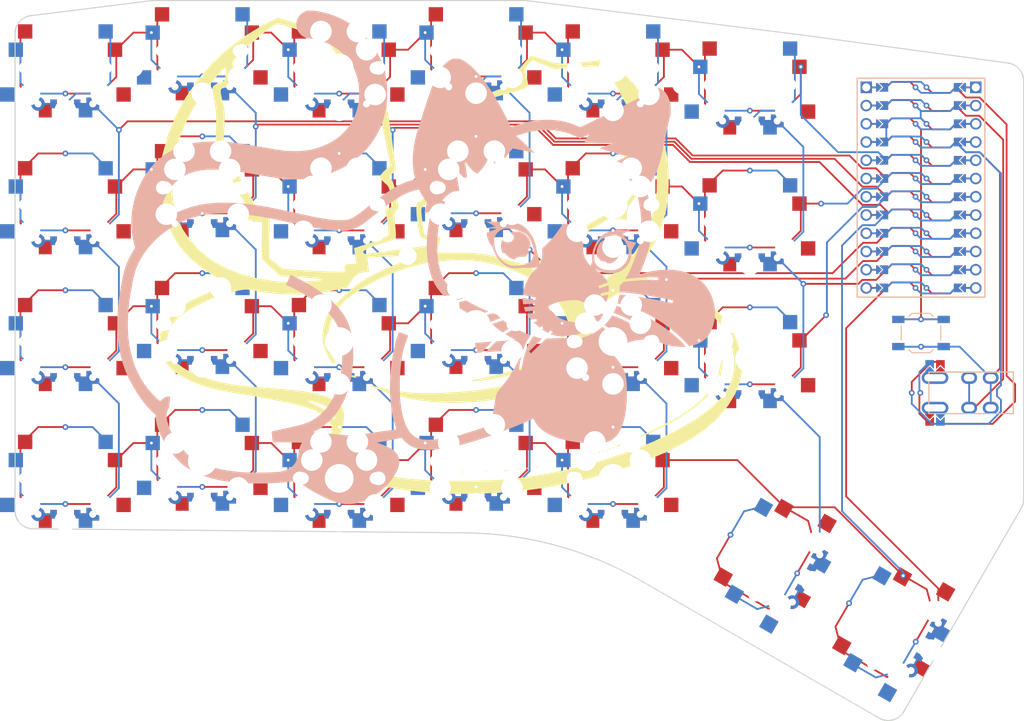
<source format=kicad_pcb>
(kicad_pcb (version 20221018) (generator pcbnew)
  (title_block (title "KEYBOARD_NAME_HERE") (rev "VERSION_HERE") (company "YOUR_NAME_HERE"))
  (layers (0 "F.Cu" signal) (31 "B.Cu" signal) (34 "B.Paste" user) (35 "F.Paste" user) (36 "B.SilkS" user "B.Silkscreen") (37 "F.SilkS" user "F.Silkscreen") (38 "B.Mask" user) (39 "F.Mask" user) (44 "Edge.Cuts" user))
  (net 0 "")
  (net 1 "0_5|0|0|0_key1")
  (net 2 "row_3")
  (net 3 "col_0")
  (net 4 "0_5|0|0|0_key2")
  (net 5 "row_2")
  (net 6 "0_5|0|0|0_key3")
  (net 7 "row_1")
  (net 8 "0_5|0|0|0_key4")
  (net 9 "row_0")
  (net 10 "1_5|0|0|0_key5")
  (net 11 "col_1")
  (net 12 "1_5|0|0|0_key6")
  (net 13 "1_5|0|0|0_key7")
  (net 14 "1_5|0|0|0_key8")
  (net 15 "2_5|0|0|0_key9")
  (net 16 "col_2")
  (net 17 "2_5|0|0|0_key10")
  (net 18 "2_5|0|0|0_key11")
  (net 19 "2_5|0|0|0_key12")
  (net 20 "3_5|0|0|0_key13")
  (net 21 "col_3")
  (net 22 "3_5|0|0|0_key14")
  (net 23 "3_5|0|0|0_key15")
  (net 24 "3_5|0|0|0_key16")
  (net 25 "4_5|0|0|0_key17")
  (net 26 "col_4")
  (net 27 "4_5|0|0|0_key18")
  (net 28 "4_5|0|0|0_key19")
  (net 29 "4_5|0|0|0_key20")
  (net 30 "5_5|0|0|0_key21")
  (net 31 "col_5")
  (net 32 "5_5|0|0|0_key22")
  (net 33 "5_5|0|0|0_key23")
  (net 34 "5_625|-60|4_875|4_625_key24")
  (net 35 "col_6")
  (net 36 "5_625|-60|4_875|4_625_key25")
  (net 37 "RAW")
  (net 38 "GND")
  (net 39 "RST")
  (net 40 "VCC")
  (net 41 "P21")
  (net 42 "P1")
  (net 43 "P0")
  (net 44 "P6")
  (net 45 "P7")
  (net 46 "P8")
  (net 47 "P9")
  (footprint "keyboard_reversible:M2_standoff_hole" (layer "F.Cu") (at 273.8449 157.16316)
    (fp_text reference "Ref**")
    (fp_text value "Val**")
  )
  (footprint "keyboard_reversible:M2_screw_hole" (layer "F.Cu") (at 159.54442 102.39418)
    (fp_text reference "REF**")
    (fp_text value "M2_screw_hole")
  )
  (footprint "keyboard_reversible:M2_screw_hole" (layer "F.Cu") (at 257.005014 175.746162)
    (fp_text reference "REF**")
    (fp_text value "M2_screw_hole")
  )
  (footprint "keyboard_reversible:M2_screw_hole" (layer "F.Cu") (at 264.31986 147.63812)
    (fp_text reference "REF**")
    (fp_text value "M2_screw_hole")
  )
  (footprint "ComboDiode" (layer "F.Cu") (at 150.01934 107.39413 180)
    (fp_text reference "D7" hide)
    (fp_text value "" hide)
  )
  (footprint "keyboard_reversible:PJ-320A" (layer "F.Cu") (at 282.08184 147.63788 -90)
    (fp_text reference "TRRS1" hide)
    (fp_text value "PJ-320A" hide)
  )
  (footprint "keyboard_reversible:ProMicro_compact_routed" (layer "F.Cu") (at 269.08184 119.06288 -90)
    (fp_text reference "MCU1" hide)
    (fp_text value "ProMicro_compact_routed")
  )
  (footprint "silkscreens:cracked_egg_alt" (layer "F.Cu") (at 203.59773 128.58804)
    (fp_text reference "G***" hide)
    (fp_text value "LOGO" hide)
  )
  (footprint "Button_Switch_SMD:SW_SPST_TL3342" (layer "F.Cu") (at 269.08238 139.30371)
    (fp_text reference "REF**" hide)
    (fp_text value "SW_SPST_TL3342")
  )
  (footprint "50an6xy06r6n:CherryMX_Choc_Hotswap_Clean" (layer "F.Cu") (at 150.01934 102.39413)
    (fp_text reference "S4" hide)
    (fp_text value "" hide)
  )
  (footprint "ComboDiode" (layer "F.Cu") (at 245.26934 109.77538 180)
    (fp_text reference "D45" hide)
    (fp_text value "" hide)
  )
  (footprint "50an6xy06r6n:CherryMX_Choc_Hotswap_Clean" (layer "F.Cu") (at 245.26934 142.87538)
    (fp_text reference "S21" hide)
    (fp_text value "" hide)
  )
  (footprint "ComboDiode" (layer "F.Cu") (at 226.21934 107.39413 180)
    (fp_text reference "D39" hide)
    (fp_text value "" hide)
  )
  (footprint "keyboard_reversible:M2_screw_hole" (layer "F.Cu") (at 197.64458 128.58804)
    (fp_text reference "REF**")
    (fp_text value "M2_screw_hole")
  )
  (footprint "ComboDiode" (layer "F.Cu") (at 207.16934 124.06288 180)
    (fp_text reference "D29" hide)
    (fp_text value "" hide)
  )
  (footprint "50an6xy06r6n:CherryMX_Choc_Hotswap_Clean" (layer "F.Cu") (at 226.21934 159.54413)
    (fp_text reference "S17" hide)
    (fp_text value "" hide)
  )
  (footprint "keyboard_reversible:M2_screw_hole" (layer "F.Cu") (at 235.74474 104.77544)
    (fp_text reference "REF**")
    (fp_text value "M2_screw_hole")
  )
  (footprint "ComboDiode" (layer "F.Cu") (at 188.11934 107.39413 180)
    (fp_text reference "D23" hide)
    (fp_text value "" hide)
  )
  (footprint "ComboDiode" (layer "F.Cu") (at 150.01934 126.44413 180)
    (fp_text reference "D5" hide)
    (fp_text value "" hide)
  )
  (footprint "50an6xy06r6n:CherryMX_Choc_Hotswap_Clean" (layer "F.Cu") (at 248.755732 170.983292 60)
    (fp_text reference "S25" hide)
    (fp_text value "" hide)
  )
  (footprint "ComboDiode" (layer "F.Cu") (at 207.16934 105.01288 180)
    (fp_text reference "D31" hide)
    (fp_text value "" hide)
  )
  (footprint "50an6xy06r6n:CherryMX_Choc_Hotswap_Clean" (layer "F.Cu") (at 226.21934 102.39413)
    (fp_text reference "S20" hide)
    (fp_text value "" hide)
  )
  (footprint "50an6xy06r6n:CherryMX_Choc_Hotswap_Clean" (layer "F.Cu") (at 226.21934 121.44413)
    (fp_text reference "S19" hide)
    (fp_text value "" hide)
  )
  (footprint "50an6xy06r6n:CherryMX_Choc_Hotswap_Clean" (layer "F.Cu") (at 226.21934 140.49413)
    (fp_text reference "S18" hide)
    (fp_text value "" hide)
  )
  (footprint "ComboDiode" (layer "F.Cu") (at 150.01934 164.54413 180)
    (fp_text reference "D1" hide)
    (fp_text value "" hide)
  )
  (footprint "ComboDiode" (layer "F.Cu") (at 226.21934 126.44413 180)
    (fp_text reference "D37" hide)
    (fp_text value "" hide)
  )
  (footprint "ComboDiode" (layer "F.Cu") (at 169.06934 105.01288 180)
    (fp_text reference "D15" hide)
    (fp_text value "" hide)
  )
  (footprint "ComboDiode" (layer "F.Cu") (at 188.11934 164.54413 180)
    (fp_text reference "D17" hide)
    (fp_text value "" hide)
  )
  (footprint "ComboDiode" (layer "F.Cu") (at 169.06934 124.06288 180)
    (fp_text reference "D13" hide)
    (fp_text value "" hide)
  )
  (footprint "50an6xy06r6n:CherryMX_Choc_Hotswap_Clean" (layer "F.Cu") (at 169.06934 100.01288)
    (fp_text reference "S8" hide)
    (fp_text value "" hide)
  )
  (footprint "ComboDiode" (layer "F.Cu") (at 169.06934 162.16288 180)
    (fp_text reference "D9" hide)
    (fp_text value "" hide)
  )
  (footprint "ComboDiode" (layer "F.Cu") (at 269.583643 183.008292 -120)
    (fp_text reference "D47" hide)
    (fp_text value "" hide)
  )
  (footprint "50an6xy06r6n:CherryMX_Choc_Hotswap_Clean" (layer "F.Cu") (at 245.26934 104.77538)
    (fp_text reference "S23" hide)
    (fp_text value "" hide)
  )
  (footprint "keyboard_reversible:M2_screw_hole" (layer "F.Cu") (at 159.54442 157.16316)
    (fp_text reference "REF**")
    (fp_text value "M2_screw_hole")
  )
  (footprint "50an6xy06r6n:CherryMX_Choc_Hotswap_Clean" (layer "F.Cu") (at 150.01934 159.54413)
    (fp_text reference "S1" hide)
    (fp_text value "" hide)
  )
  (footprint "ComboDiode" (layer "F.Cu") (at 245.26934 128.82538 180)
    (fp_text reference "D43" hide)
    (fp_text value "" hide)
  )
  (footprint "50an6xy06r6n:CherryMX_Choc_Hotswap_Clean" (layer "F.Cu") (at 207.16934 119.06288)
    (fp_text reference "S15" hide)
    (fp_text value "" hide)
  )
  (footprint "50an6xy06r6n:CherryMX_Choc_Hotswap_Clean" (layer "F.Cu") (at 188.11934 140.49413)
    (fp_text reference "S10" hide)
    (fp_text value "" hide)
  )
  (footprint "50an6xy06r6n:CherryMX_Choc_Hotswap_Clean" (layer "F.Cu") (at 169.06934 119.063)
    (fp_text reference "S7" hide)
    (fp_text value "" hide)
  )
  (footprint "50an6xy06r6n:CherryMX_Choc_Hotswap_Clean" (layer "F.Cu") (at 169.06934 157.16288)
    (fp_text reference "S5" hide)
    (fp_text value "" hide)
  )
  (footprint "50an6xy06r6n:CherryMX_Choc_Hotswap_Clean" (layer "F.Cu") (at 188.11934 121.44413)
    (fp_text reference "S11" hide)
    (fp_text value "" hide)
  )
  (footprint "50an6xy06r6n:CherryMX_Choc_Hotswap_Clean" (layer "F.Cu") (at 188.11934 102.39413)
    (fp_text reference "S12" hide)
    (fp_text value "" hide)
  )
  (footprint "50an6xy06r6n:CherryMX_Choc_Hotswap_Clean" (layer "F.Cu") (at 265.253516 180.508292 60)
    (fp_text reference "S24" hide)
    (fp_text value "" hide)
  )
  (footprint "50an6xy06r6n:CherryMX_Choc_Hotswap_Clean" (layer "F.Cu") (at 207.16934 138.11288)
    (fp_text reference "S14" hide)
    (fp_text value "" hide)
  )
  (footprint "ComboDiode" (layer "F.Cu") (at 226.21934 145.49413 180)
    (fp_text reference "D35" hide)
    (fp_text value "" hide)
  )
  (footprint "keyboard_reversible:M2_screw_hole" (layer "F.Cu") (at 216.69466 157.16316)
    (fp_text reference "REF**")
    (fp_text value "M2_screw_hole")
  )
  (footprint "ComboDiode" (layer "F.Cu") (at 188.11934 145.49413 180)
    (fp_text reference "D19" hide)
    (fp_text value "" hide)
  )
  (footprint "50an6xy06r6n:CherryMX_Choc_Hotswap_Clean" (layer "F.Cu") (at 150.01934 121.44413)
    (fp_text reference "S3" hide)
    (fp_text value "" hide)
  )
  (footprint "50an6xy06r6n:CherryMX_Choc_Hotswap_Clean" (layer "F.Cu") (at 150.01934 140.49413)
    (fp_text reference "S2" hide)
    (fp_text value "" hide)
  )
  (footprint "50an6xy06r6n:CherryMX_Choc_Hotswap_Clean" (layer "F.Cu") (at 207.16934 157.16288)
    (fp_text reference "S13" hide)
    (fp_text value "" hide)
  )
  (footprint "ComboDiode" (layer "F.Cu") (at 245.26934 147.87538 180)
    (fp_text reference "D41" hide)
    (fp_text value "" hide)
  )
  (footprint "50an6xy06r6n:CherryMX_Choc_Hotswap_Clean" (layer "F.Cu") (at 169.06934 138.11288)
    (fp_text reference "S6" hide)
    (fp_text value "" hide)
  )
  (footprint "ComboDiode" (layer "F.Cu") (at 207.16934 143.11288 180)
    (fp_text reference "D27" hide)
    (fp_text value "" hide)
  )
  (footprint "ComboDiode" (layer "F.Cu") (at 150.01934 145.49413 180)
    (fp_text reference "D3" hide)
    (fp_text value "" hide)
  )
  (footprint "50an6xy06r6n:CherryMX_Choc_Hotswap_Clean" (layer "F.Cu") (at 207.16934 100.01288)
    (fp_text reference "S16" hide)
    (fp_text value "" hide)
  )
  (footprint "ComboDiode" (layer "F.Cu") (at 253.085859 173.483292 -120)
    (fp_text reference "D49" hide)
    (fp_text value "" hide)
  )
  (footprint "ComboDiode" (layer "F.Cu") (at 226.21934 164.54413 180)
    (fp_text reference "D33" hide)
    (fp_text value "" hide)
  )
  (footprint "ComboDiode" (layer "F.Cu") (at 188.11934 126.44413 180)
    (fp_text reference "D21" hide)
    (fp_text value "" hide)
  )
  (footprint "50an6xy06r6n:CherryMX_Choc_Hotswap_Clean" (layer "F.Cu") (at 245.26934 123.82538)
    (fp_text reference "S22" hide)
    (fp_text value "" hide)
  )
  (footprint "ComboDiode" (layer "F.Cu") (at 169.06934 143.11288 180)
    (fp_text reference "D11" hide)
    (fp_text value "" hide)
  )
  (footprint "50an6xy06r6n:CherryMX_Choc_Hotswap_Clean" (layer "F.Cu") (at 188.11934 159.54413)
    (fp_text reference "S9" hide)
    (fp_text value "" hide)
  )
  (footprint "ComboDiode" (layer "F.Cu") (at 207.16934 162.16288 180)
    (fp_text reference "D25" hide)
    (fp_text value "" hide)
  )
  (footprint "silkscreens:siamese_kitten" (layer "B.Cu") (at 198.83521 130.9693 180)
    (fp_text reference "G***" hide)
    (fp_text value "LOGO" hide)
  )
  (footprint "Button_Switch_SMD:SW_SPST_TL3342" (layer "B.Cu") (at 269.08238 139.30371 180)
    (fp_text reference "REF**" hide)
    (fp_text value "SW_SPST_TL3342")
  )
  (gr_line (start 264.56238 193.26793) (end 264.60538 193.26693) (stroke (width 0.15)) (layer "Edge.Cuts"))
  (gr_line (start 264.77938 193.25493) (end 264.82338 193.24993) (stroke (width 0.15)) (layer "Edge.Cuts"))
  (gr_line (start 264.64938 193.26493) (end 264.69238 193.26293) (stroke (width 0.15)) (layer "Edge.Cuts"))
  (gr_line (start 264.73638 193.25893) (end 264.77938 193.25493) (stroke (width 0.15)) (layer "Edge.Cuts"))
  (gr_line (start 264.69238 193.26293) (end 264.73638 193.25893) (stroke (width 0.15)) (layer "Edge.Cuts"))
  (gr_line (start 264.82338 193.24993) (end 264.86538 193.24393) (stroke (width 0.15)) (layer "Edge.Cuts"))
  (gr_line (start 264.60538 193.26693) (end 264.64938 193.26493) (stroke (width 0.15)) (layer "Edge.Cuts"))
  (gr_line (start 264.86538 193.24393) (end 264.90838 193.23793) (stroke (width 0.15)) (layer "Edge.Cuts"))
  (gr_line (start 144.04469 166.08813) (end 144.08103 166.11403) (stroke (width 0.15)) (layer "Edge.Cuts"))
  (gr_line (start 144.45834 166.33173) (end 144.49736 166.34953) (stroke (width 0.15)) (layer "Edge.Cuts"))
  (gr_line (start 144.86776 166.48073) (end 144.91 166.49163) (stroke (width 0.15)) (layer "Edge.Cuts"))
  (gr_line (start 144.15325 166.16273) (end 144.18989 166.18603) (stroke (width 0.15)) (layer "Edge.Cuts"))
  (gr_line (start 145.29687 166.55633) (end 145.3397 166.55973) (stroke (width 0.15)) (layer "Edge.Cuts"))
  (gr_line (start 145.20968 166.54713) (end 145.2536 166.55213) (stroke (width 0.15)) (layer "Edge.Cuts"))
  (gr_line (start 144.82496 166.46883) (end 144.86776 166.48073) (stroke (width 0.15)) (layer "Edge.Cuts"))
  (gr_line (start 145.49102 166.56573) (end 205.65248 167.13663) (stroke (width 0.15)) (layer "Edge.Cuts"))
  (gr_line (start 144.34071 166.27313) (end 144.38002 166.29353) (stroke (width 0.15)) (layer "Edge.Cuts"))
  (gr_line (start 212.60618 167.68923) (end 213.46798 167.82643) (stroke (width 0.15)) (layer "Edge.Cuts"))
  (gr_line (start 213.46798 167.82643) (end 214.32728 167.97863) (stroke (width 0.15)) (layer "Edge.Cuts"))
  (gr_line (start 144.18989 166.18603) (end 144.22662 166.20853) (stroke (width 0.15)) (layer "Edge.Cuts"))
  (gr_line (start 144.22662 166.20853) (end 144.26484 166.23103) (stroke (width 0.15)) (layer "Edge.Cuts"))
  (gr_line (start 144.57838 166.38393) (end 144.61857 166.39973) (stroke (width 0.15)) (layer "Edge.Cuts"))
  (gr_line (start 145.3836 166.56233) (end 145.42773 166.56433) (stroke (width 0.15)) (layer "Edge.Cuts"))
  (gr_line (start 205.65248 167.13663) (end 206.52498 167.15253) (stroke (width 0.15)) (layer "Edge.Cuts"))
  (gr_line (start 208.26848 167.23003) (end 209.13898 167.29153) (stroke (width 0.15)) (layer "Edge.Cuts"))
  (gr_line (start 144.70036 166.42953) (end 144.74214 166.44353) (stroke (width 0.15)) (layer "Edge.Cuts"))
  (gr_line (start 144.38002 166.29353) (end 144.41777 166.31243) (stroke (width 0.15)) (layer "Edge.Cuts"))
  (gr_line (start 144.53761 166.36703) (end 144.57838 166.38393) (stroke (width 0.15)) (layer "Edge.Cuts"))
  (gr_line (start 144.30249 166.25233) (end 144.34071 166.27313) (stroke (width 0.15)) (layer "Edge.Cuts"))
  (gr_line (start 144.91 166.49163) (end 144.95161 166.50163) (stroke (width 0.15)) (layer "Edge.Cuts"))
  (gr_line (start 144.99481 166.51123) (end 145.03739 166.51983) (stroke (width 0.15)) (layer "Edge.Cuts"))
  (gr_line (start 145.03739 166.51983) (end 145.08061 166.52783) (stroke (width 0.15)) (layer "Edge.Cuts"))
  (gr_line (start 145.08061 166.52783) (end 145.12319 166.53503) (stroke (width 0.15)) (layer "Edge.Cuts"))
  (gr_line (start 145.3397 166.55973) (end 145.3836 166.56233) (stroke (width 0.15)) (layer "Edge.Cuts"))
  (gr_line (start 207.39708 167.18363) (end 208.26848 167.23003) (stroke (width 0.15)) (layer "Edge.Cuts"))
  (gr_line (start 209.13898 167.29153) (end 210.00828 167.36823) (stroke (width 0.15)) (layer "Edge.Cuts"))
  (gr_line (start 210.00828 167.36823) (end 210.87608 167.46013) (stroke (width 0.15)) (layer "Edge.Cuts"))
  (gr_line (start 144.95161 166.50163) (end 144.99481 166.51123) (stroke (width 0.15)) (layer "Edge.Cuts"))
  (gr_line (start 211.74218 167.56713) (end 212.60618 167.68923) (stroke (width 0.15)) (layer "Edge.Cuts"))
  (gr_line (start 145.12319 166.53503) (end 145.16658 166.54153) (stroke (width 0.15)) (layer "Edge.Cuts"))
  (gr_line (start 144.49736 166.34953) (end 144.53761 166.36703) (stroke (width 0.15)) (layer "Edge.Cuts"))
  (gr_line (start 144.08103 166.11403) (end 144.11586 166.13793) (stroke (width 0.15)) (layer "Edge.Cuts"))
  (gr_line (start 144.26484 166.23103) (end 144.30249 166.25233) (stroke (width 0.15)) (layer "Edge.Cuts"))
  (gr_line (start 145.42773 166.56433) (end 145.49102 166.56573) (stroke (width 0.15)) (layer "Edge.Cuts"))
  (gr_line (start 145.2536 166.55213) (end 145.29687 166.55633) (stroke (width 0.15)) (layer "Edge.Cuts"))
  (gr_line (start 144.65945 166.41503) (end 144.70036 166.42953) (stroke (width 0.15)) (layer "Edge.Cuts"))
  (gr_line (start 206.52498 167.15253) (end 207.39708 167.18363) (stroke (width 0.15)) (layer "Edge.Cuts"))
  (gr_line (start 144.11586 166.13793) (end 144.15325 166.16273) (stroke (width 0.15)) (layer "Edge.Cuts"))
  (gr_line (start 144.61857 166.39973) (end 144.65945 166.41503) (stroke (width 0.15)) (layer "Edge.Cuts"))
  (gr_line (start 144.41777 166.31243) (end 144.45834 166.33173) (stroke (width 0.15)) (layer "Edge.Cuts"))
  (gr_line (start 144.74214 166.44353) (end 144.78398 166.45673) (stroke (width 0.15)) (layer "Edge.Cuts"))
  (gr_line (start 145.16658 166.54153) (end 145.20968 166.54713) (stroke (width 0.15)) (layer "Edge.Cuts"))
  (gr_line (start 210.87608 167.46013) (end 211.74218 167.56713) (stroke (width 0.15)) (layer "Edge.Cuts"))
  (gr_line (start 144.78398 166.45673) (end 144.82496 166.46883) (stroke (width 0.15)) (layer "Edge.Cuts"))
  (gr_line (start 263.42238 193.01593) (end 263.46138 193.03493) (stroke (width 0.15)) (layer "Edge.Cuts"))
  (gr_line (start 263.70438 193.13293) (end 263.74538 193.14593) (stroke (width 0.15)) (layer "Edge.Cuts"))
  (gr_line (start 264.25738 193.25493) (end 264.29938 193.25893) (stroke (width 0.15)) (layer "Edge.Cuts"))
  (gr_line (start 215.18378 168.14583) (end 216.03718 168.32783) (stroke (width 0.15)) (layer "Edge.Cuts"))
  (gr_line (start 263.87038 193.18293) (end 263.91338 193.19493) (stroke (width 0.15)) (layer "Edge.Cuts"))
  (gr_line (start 263.62138 193.10293) (end 263.66238 193.11793) (stroke (width 0.15)) (layer "Edge.Cuts"))
  (gr_line (start 263.74538 193.14593) (end 263.78738 193.15993) (stroke (width 0.15)) (layer "Edge.Cuts"))
  (gr_line (start 263.66238 193.11793) (end 263.70438 193.13293) (stroke (width 0.15)) (layer "Edge.Cuts"))
  (gr_line (start 263.58138 193.08693) (end 263.62138 193.10293) (stroke (width 0.15)) (layer "Edge.Cuts"))
  (gr_line (start 263.82938 193.17193) (end 263.87038 193.18293) (stroke (width 0.15)) (layer "Edge.Cuts"))
  (gr_line (start 264.38738 193.26493) (end 264.43038 193.26693) (stroke (width 0.15)) (layer "Edge.Cuts"))
  (gr_line (start 216.03718 168.32783) (end 216.88738 168.52483) (stroke (width 0.15)) (layer "Edge.Cuts"))
  (gr_line (start 264.08438 193.23093) (end 264.12738 193.23793) (stroke (width 0.15)) (layer "Edge.Cuts"))
  (gr_line (start 216.88738 168.52483) (end 217.73388 168.73663) (stroke (width 0.15)) (layer "Edge.Cuts"))
  (gr_line (start 263.50038 193.05193) (end 263.54138 193.06993) (stroke (width 0.15)) (layer "Edge.Cuts"))
  (gr_line (start 221.07938 169.73033) (end 221.90428 170.01503) (stroke (width 0.15)) (layer "Edge.Cuts"))
  (gr_line (start 225.94738 171.65213) (end 226.73798 172.02153) (stroke (width 0.15)) (layer "Edge.Cuts"))
  (gr_line (start 224.34738 170.95503) (end 225.15048 171.29663) (stroke (width 0.15)) (layer "Edge.Cuts"))
  (gr_line (start 225.15048 171.29663) (end 225.94738 171.65213) (stroke (width 0.15)) (layer "Edge.Cuts"))
  (gr_line (start 230.17428 173.83093) (end 263.26838 192.93393) (stroke (width 0.15)) (layer "Edge.Cuts"))
  (gr_line (start 221.90428 170.01503) (end 222.72408 170.31413) (stroke (width 0.15)) (layer "Edge.Cuts"))
  (gr_line (start 263.54138 193.06993) (end 263.58138 193.08693) (stroke (width 0.15)) (layer "Edge.Cuts"))
  (gr_line (start 263.78738 193.15993) (end 263.82938 193.17193) (stroke (width 0.15)) (layer "Edge.Cuts"))
  (gr_line (start 264.04138 193.22293) (end 264.08438 193.23093) (stroke (width 0.15)) (layer "Edge.Cuts"))
  (gr_line (start 263.91338 193.19493) (end 263.95538 193.20493) (stroke (width 0.15)) (layer "Edge.Cuts"))
  (gr_line (start 228.29928 172.80153) (end 229.06948 173.21173) (stroke (width 0.15)) (layer "Edge.Cuts"))
  (gr_line (start 264.47438 193.26793) (end 264.51838 193.26893) (stroke (width 0.15)) (layer "Edge.Cuts"))
  (gr_line (start 223.53858 170.62753) (end 224.34738 170.95503) (stroke (width 0.15)) (layer "Edge.Cuts"))
  (gr_line (start 264.29938 193.25893) (end 264.34338 193.26293) (stroke (width 0.15)) (layer "Edge.Cuts"))
  (gr_line (start 214.32728 167.97863) (end 215.18378 168.14583) (stroke (width 0.15)) (layer "Edge.Cuts"))
  (gr_line (start 264.12738 193.23793) (end 264.16938 193.24393) (stroke (width 0.15)) (layer "Edge.Cuts"))
  (gr_line (start 219.41538 169.20423) (end 220.24968 169.46003) (stroke (width 0.15)) (layer "Edge.Cuts"))
  (gr_line (start 227.52198 172.40473) (end 228.29928 172.80153) (stroke (width 0.15)) (layer "Edge.Cuts"))
  (gr_line (start 263.99838 193.21393) (end 264.04138 193.22293) (stroke (width 0.15)) (layer "Edge.Cuts"))
  (gr_line (start 264.21338 193.24993) (end 264.25738 193.25493) (stroke (width 0.15)) (layer "Edge.Cuts"))
  (gr_line (start 263.46138 193.03493) (end 263.50038 193.05193) (stroke (width 0.15)) (layer "Edge.Cuts"))
  (gr_line (start 264.51838 193.26893) (end 264.56238 193.26793) (stroke (width 0.15)) (layer "Edge.Cuts"))
  (gr_line (start 220.24968 169.46003) (end 221.07938 169.73033) (stroke (width 0.15)) (layer "Edge.Cuts"))
  (gr_line (start 263.26838 192.93393) (end 263.30538 192.95493) (stroke (width 0.15)) (layer "Edge.Cuts"))
  (gr_line (start 263.38338 192.99593) (end 263.42238 193.01593) (stroke (width 0.15)) (layer "Edge.Cuts"))
  (gr_line (start 226.73798 172.02153) (end 227.52198 172.40473) (stroke (width 0.15)) (layer "Edge.Cuts"))
  (gr_line (start 217.73388 168.73663) (end 218.57668 168.96313) (stroke (width 0.15)) (layer "Edge.Cuts"))
  (gr_line (start 218.57668 168.96313) (end 219.41538 169.20423) (stroke (width 0.15)) (layer "Edge.Cuts"))
  (gr_line (start 222.72408 170.31413) (end 223.53858 170.62753) (stroke (width 0.15)) (layer "Edge.Cuts"))
  (gr_line (start 263.95538 193.20493) (end 263.99838 193.21393) (stroke (width 0.15)) (layer "Edge.Cuts"))
  (gr_line (start 264.43038 193.26693) (end 264.47438 193.26793) (stroke (width 0.15)) (layer "Edge.Cuts"))
  (gr_line (start 264.34338 193.26293) (end 264.38738 193.26493) (stroke (width 0.15)) (layer "Edge.Cuts"))
  (gr_line (start 229.06948 173.21173) (end 230.17428 173.83093) (stroke (width 0.15)) (layer "Edge.Cuts"))
  (gr_line (start 263.34438 192.97593) (end 263.38338 192.99593) (stroke (width 0.15)) (layer "Edge.Cuts"))
  (gr_line (start 264.16938 193.24393) (end 264.21338 193.24993) (stroke (width 0.15)) (layer "Edge.Cuts"))
  (gr_line (start 263.30538 192.95493) (end 263.34438 192.97593) (stroke (width 0.15)) (layer "Edge.Cuts"))
  (gr_line (start 283.04638 163.66003) (end 283.06738 163.62133) (stroke (width 0.15)) (layer "Edge.Cuts"))
  (gr_line (start 266.63838 192.09293) (end 266.66138 192.05593) (stroke (width 0.15)) (layer "Edge.Cuts"))
  (gr_line (start 283.23838 163.22013) (end 283.25038 163.17893) (stroke (width 0.15)) (layer "Edge.Cuts"))
  (gr_line (start 283.16138 163.42463) (end 283.17838 163.38453) (stroke (width 0.15)) (layer "Edge.Cuts"))
  (gr_line (start 283.25038 163.17893) (end 283.26338 163.13683) (stroke (width 0.15)) (layer "Edge.Cuts"))
  (gr_line (start 283.26338 163.13683) (end 283.27438 163.09563) (stroke (width 0.15)) (layer "Edge.Cuts"))
  (gr_line (start 283.28638 163.05173) (end 283.29638 163.01043) (stroke (width 0.15)) (layer "Edge.Cuts"))
  (gr_line (start 266.59038 192.16693) (end 266.61438 192.12993) (stroke (width 0.15)) (layer "Edge.Cuts"))
  (gr_line (start 283.10738 163.54403) (end 283.12638 163.50443) (stroke (width 0.15)) (layer "Edge.Cuts"))
  (gr_line (start 283.19438 163.34423) (end 283.20938 163.30223) (stroke (width 0.15)) (layer "Edge.Cuts"))
  (gr_line (start 283.22338 163.26213) (end 283.23838 163.22013) (stroke (width 0.15)) (layer "Edge.Cuts"))
  (gr_line (start 283.02538 163.69843) (end 283.04638 163.66003) (stroke (width 0.15)) (layer "Edge.Cuts"))
  (gr_line (start 283.27438 163.09563) (end 283.28638 163.05173) (stroke (width 0.15)) (layer "Edge.Cuts"))
  (gr_line (start 266.61438 192.12993) (end 266.63838 192.09293) (stroke (width 0.15)) (layer "Edge.Cuts"))
  (gr_line (start 266.68338 192.01893) (end 283.02538 163.69843) (stroke (width 0.15)) (layer "Edge.Cuts"))
  (gr_line (start 283.14438 163.46453) (end 283.16138 163.42463) (stroke (width 0.15)) (layer "Edge.Cuts"))
  (gr_line (start 266.66138 192.05593) (end 266.68338 192.01893) (stroke (width 0.15)) (layer "Edge.Cuts"))
  (gr_line (start 283.12638 163.50443) (end 283.14438 163.46453) (stroke (width 0.15)) (layer "Edge.Cuts"))
  (gr_line (start 266.56638 192.20193) (end 266.59038 192.16693) (stroke (width 0.15)) (layer "Edge.Cuts"))
  (gr_line (start 283.08838 163.58263) (end 283.10738 163.54403) (stroke (width 0.15)) (layer "Edge.Cuts"))
  (gr_line (start 283.17838 163.38453) (end 283.19438 163.34423) (stroke (width 0.15)) (layer "Edge.Cuts"))
  (gr_line (start 283.06738 163.62133) (end 283.08838 163.58263) (stroke (width 0.15)) (layer "Edge.Cuts"))
  (gr_line (start 283.20938 163.30223) (end 283.22338 163.26213) (stroke (width 0.15)) (layer "Edge.Cuts"))
  (gr_line (start 283.34138 162.75203) (end 283.34638 162.70953) (stroke (width 0.15)) (layer "Edge.Cuts"))
  (gr_line (start 283.35838 162.53493) (end 283.35938 162.49163) (stroke (width 0.15)) (layer "Edge.Cuts"))
  (gr_line (start 283.34638 162.70953) (end 283.35038 162.66553) (stroke (width 0.15)) (layer "Edge.Cuts"))
  (gr_line (start 283.29638 163.01043) (end 283.30538 162.96723) (stroke (width 0.15)) (layer "Edge.Cuts"))
  (gr_line (start 283.35038 162.66553) (end 283.35438 162.62183) (stroke (width 0.15)) (layer "Edge.Cuts"))
  (gr_line (start 283.36038 162.44823) (end 283.36038 104.19123) (stroke (width 0.15)) (layer "Edge.Cuts"))
  (gr_line (start 283.36038 104.19123) (end 283.35938 104.14643) (stroke (width 0.15)) (layer "Edge.Cuts"))
  (gr_line (start 283.35838 104.10323) (end 283.35638 104.05913) (stroke (width 0.15)) (layer "Edge.Cuts"))
  (gr_line (start 283.34638 103.92943) (end 283.34138 103.88553) (stroke (width 0.15)) (layer "Edge.Cuts"))
  (gr_line (start 283.30538 162.96723) (end 283.31438 162.92523) (stroke (width 0.15)) (layer "Edge.Cuts"))
  (gr_line (start 283.33538 103.84233) (end 283.32938 103.79903) (stroke (width 0.15)) (layer "Edge.Cuts"))
  (gr_line (start 283.31438 162.92523) (end 283.32238 162.88203) (stroke (width 0.15)) (layer "Edge.Cuts"))
  (gr_line (start 283.35638 104.05913) (end 283.35338 104.01553) (stroke (width 0.15)) (layer "Edge.Cuts"))
  (gr_line (start 283.35038 103.97263) (end 283.34638 103.92943) (stroke (width 0.15)) (layer "Edge.Cuts"))
  (gr_line (start 283.34138 103.88553) (end 283.33538 103.84233) (stroke (width 0.15)) (layer "Edge.Cuts"))
  (gr_line (start 283.35638 162.57893) (end 283.35838 162.53493) (stroke (width 0.15)) (layer "Edge.Cuts"))
  (gr_line (start 283.35438 162.62183) (end 283.35638 162.57893) (stroke (width 0.15)) (layer "Edge.Cuts"))
  (gr_line (start 283.33538 162.79613) (end 283.34138 162.75203) (stroke (width 0.15)) (layer "Edge.Cuts"))
  (gr_line (start 283.35938 162.49163) (end 283.36038 162.44823) (stroke (width 0.15)) (layer "Edge.Cuts"))
  (gr_line (start 283.35938 104.14643) (end 283.35838 104.10323) (stroke (width 0.15)) (layer "Edge.Cuts"))
  (gr_line (start 283.35338 104.01553) (end 283.35038 103.97263) (stroke (width 0.15)) (layer "Edge.Cuts"))
  (gr_line (start 283.32238 162.88203) (end 283.32938 162.83863) (stroke (width 0.15)) (layer "Edge.Cuts"))
  (gr_line (start 283.32938 162.83863) (end 283.33538 162.79613) (stroke (width 0.15)) (layer "Edge.Cuts"))
  (gr_line (start 283.32238 103.75643) (end 283.31438 103.71323) (stroke (width 0.15)) (layer "Edge.Cuts"))
  (gr_line (start 283.31438 103.71323) (end 283.30538 103.67063) (stroke (width 0.15)) (layer "Edge.Cuts"))
  (gr_line (start 283.19438 103.29433) (end 283.17838 103.25423) (stroke (width 0.15)) (layer "Edge.Cuts"))
  (gr_line (start 283.28538 103.58583) (end 283.27438 103.54353) (stroke (width 0.15)) (layer "Edge.Cuts"))
  (gr_line (start 283.25038 103.45973) (end 283.23738 103.41793) (stroke (width 0.15)) (layer "Edge.Cuts"))
  (gr_line (start 283.16138 103.21343) (end 283.14338 103.17313) (stroke (width 0.15)) (layer "Edge.Cuts"))
  (gr_line (start 283.29538 103.62743) (end 283.28538 103.58583) (stroke (width 0.15)) (layer "Edge.Cuts"))
  (gr_line (start 283.23738 103.41793) (end 283.22338 103.37613) (stroke (width 0.15)) (layer "Edge.Cuts"))
  (gr_line (start 283.06738 103.01653) (end 283.04638 102.97833) (stroke (width 0.15)) (layer "Edge.Cuts"))
  (gr_line (start 283.08738 103.05583) (end 283.06738 103.01653) (stroke (width 0.15)) (layer "Edge.Cuts"))
  (gr_line (start 283.14338 103.17313) (end 283.12638 103.13413) (stroke (width 0.15)) (layer "Edge.Cuts"))
  (gr_line (start 283.32938 103.79903) (end 283.32238 103.75643) (stroke (width 0.15)) (layer "Edge.Cuts"))
  (gr_line (start 283.12638 103.13413) (end 283.10638 103.09353) (stroke (width 0.15)) (layer "Edge.Cuts"))
  (gr_line (start 283.27438 103.54353) (end 283.26338 103.50073) (stroke (width 0.15)) (layer "Edge.Cuts"))
  (gr_line (start 283.20938 103.33523) (end 283.19438 103.29433) (stroke (width 0.15)) (layer "Edge.Cuts"))
  (gr_line (start 283.26338 103.50073) (end 283.25038 103.45973) (stroke (width 0.15)) (layer "Edge.Cuts"))
  (gr_line (start 283.10638 103.09353) (end 283.08738 103.05583) (stroke (width 0.15)) (layer "Edge.Cuts"))
  (gr_line (start 283.22338 103.37613) (end 283.20938 103.33523) (stroke (width 0.15)) (layer "Edge.Cuts"))
  (gr_line (start 283.04638 102.97833) (end 283.02538 102.94063) (stroke (width 0.15)) (layer "Edge.Cuts"))
  (gr_line (start 283.30538 103.67063) (end 283.29538 103.62743) (stroke (width 0.15)) (layer "Edge.Cuts"))
  (gr_line (start 283.17838 103.25423) (end 283.16138 103.21343) (stroke (width 0.15)) (layer "Edge.Cuts"))
  (gr_line (start 283.02538 102.94063) (end 283.00238 102.90243) (stroke (width 0.15)) (layer "Edge.Cuts"))
  (gr_line (start 283.00238 102.90243) (end 282.98038 102.86573) (stroke (width 0.15)) (layer "Edge.Cuts"))
  (gr_line (start 266.40438 192.40893) (end 266.43338 192.37493) (stroke (width 0.15)) (layer "Edge.Cuts"))
  (gr_line (start 266.19038 192.62693) (end 266.22338 192.59693) (stroke (width 0.15)) (layer "Edge.Cuts"))
  (gr_line (start 266.25438 192.56693) (end 266.28538 192.53693) (stroke (width 0.15)) (layer "Edge.Cuts"))
  (gr_line (start 265.98738 192.79093) (end 266.02238 192.76493) (stroke (width 0.15)) (layer "Edge.Cuts"))
  (gr_line (start 266.09138 192.71193) (end 266.12438 192.68393) (stroke (width 0.15)) (layer "Edge.Cuts"))
  (gr_line (start 266.05738 192.73793) (end 266.09138 192.71193) (stroke (width 0.15)) (layer "Edge.Cuts"))
  (gr_line (start 265.87938 192.86493) (end 265.91538 192.84093) (stroke (width 0.15)) (layer "Edge.Cuts"))
  (gr_line (start 266.12438 192.68393) (end 266.15838 192.65493) (stroke (width 0.15)) (layer "Edge.Cuts"))
  (gr_line (start 266.15838 192.65493) (end 266.19038 192.62693) (stroke (width 0.15)) (layer "Edge.Cuts"))
  (gr_line (start 266.02238 192.76493) (end 266.05738 192.73793) (stroke (width 0.15)) (layer "Edge.Cuts"))
  (gr_line (start 266.51438 192.27293) (end 266.54038 192.23793) (stroke (width 0.15)) (layer "Edge.Cuts"))
  (gr_line (start 266.34638 192.47393) (end 266.37538 192.44193) (stroke (width 0.15)) (layer "Edge.Cuts"))
  (gr_line (start 265.84238 192.88893) (end 265.87938 192.86493) (stroke (width 0.15)) (layer "Edge.Cuts"))
  (gr_line (start 266.54038 192.23793) (end 266.56638 192.20193) (stroke (width 0.15)) (layer "Edge.Cuts"))
  (gr_line (start 265.91538 192.84093) (end 265.95238 192.81693) (stroke (width 0.15)) (layer "Edge.Cuts"))
  (gr_line (start 266.22338 192.59693) (end 266.25438 192.56693) (stroke (width 0.15)) (layer "Edge.Cuts"))
  (gr_line (start 266.37538 192.44193) (end 266.40438 192.40893) (stroke (width 0.15)) (layer "Edge.Cuts"))
  (gr_line (start 266.46138 192.34193) (end 266.48838 192.30793) (stroke (width 0.15)) (layer "Edge.Cuts"))
  (gr_line (start 266.48838 192.30793) (end 266.51438 192.27293) (stroke (width 0.15)) (layer "Edge.Cuts"))
  (gr_line (start 266.31638 192.50493) (end 266.34638 192.47393) (stroke (width 0.15)) (layer "Edge.Cuts"))
  (gr_line (start 266.43338 192.37493) (end 266.46138 192.34193) (stroke (width 0.15)) (layer "Edge.Cuts"))
  (gr_line (start 265.95238 192.81693) (end 265.98738 192.79093) (stroke (width 0.15)) (layer "Edge.Cuts"))
  (gr_line (start 266.28538 192.53693) (end 266.31638 192.50493) (stroke (width 0.15)) (layer "Edge.Cuts"))
  (gr_line (start 281.37938 101.74493) (end 281.33738 101.73623) (stroke (width 0.15)) (layer "Edge.Cuts"))
  (gr_line (start 281.19838 101.71333) (end 252.29538 97.7762) (stroke (width 0.15)) (layer "Edge.Cuts"))
  (gr_line (start 162.15108 93.0096) (end 162.10698 93.01152) (stroke (width 0.15)) (layer "Edge.Cuts"))
  (gr_line (start 281.29338 101.72823) (end 281.25138 101.72113) (stroke (width 0.15)) (layer "Edge.Cuts"))
  (gr_line (start 252.29538 97.7762) (end 252.27038 97.77293) (stroke (width 0.15)) (layer "Edge.Cuts"))
  (gr_line (start 214.24808 93.0224) (end 214.20408 93.01808) (stroke (width 0.15)) (layer "Edge.Cuts"))
  (gr_line (start 214.20408 93.01808) (end 214.15998 93.01453) (stroke (width 0.15)) (layer "Edge.Cuts"))
  (gr_line (start 214.15998 93.01453) (end 214.11678 93.01178) (stroke (width 0.15)) (layer "Edge.Cuts"))
  (gr_line (start 213.98158 93.00807) (end 162.23908 93.00807) (stroke (width 0.15)) (layer "Edge.Cuts"))
  (gr_line (start 281.33738 101.73623) (end 281.29338 101.72823) (stroke (width 0.15)) (layer "Edge.Cuts"))
  (gr_line (start 214.29078 93.02736) (end 214.24808 93.0224) (stroke (width 0.15)) (layer "Edge.Cuts"))
  (gr_line (start 214.07308 93.00977) (end 214.02938 93.00853) (stroke (width 0.15)) (layer "Edge.Cuts"))
  (gr_line (start 162.23908 93.00807) (end 162.19428 93.00847) (stroke (width 0.15)) (layer "Edge.Cuts"))
  (gr_line (start 281.25138 101.72113) (end 281.19838 101.71333) (stroke (width 0.15)) (layer "Edge.Cuts"))
  (gr_line (start 162.19428 93.00847) (end 162.15108 93.0096) (stroke (width 0.15)) (layer "Edge.Cuts"))
  (gr_line (start 214.02938 93.00853) (end 213.98158 93.00807) (stroke (width 0.15)) (layer "Edge.Cuts"))
  (gr_line (start 252.27038 97.77293) (end 214.29078 93.02736) (stroke (width 0.15)) (layer "Edge.Cuts"))
  (gr_line (start 214.11678 93.01178) (end 214.07308 93.00977) (stroke (width 0.15)) (layer "Edge.Cuts"))
  (gr_line (start 162.10698 93.01152) (end 162.06338 93.01419) (stroke (width 0.15)) (layer "Edge.Cuts"))
  (gr_line (start 162.06338 93.01419) (end 162.02078 93.01753) (stroke (width 0.15)) (layer "Edge.Cuts"))
  (gr_line (start 162.02078 93.01753) (end 161.97708 93.02176) (stroke (width 0.15)) (layer "Edge.Cuts"))
  (gr_line (start 161.97708 93.02176) (end 161.92768 93.02742) (stroke (width 0.15)) (layer "Edge.Cuts"))
  (gr_line (start 161.92768 93.02742) (end 145.2043 95.11784) (stroke (width 0.15)) (layer "Edge.Cuts"))
  (gr_line (start 144.53234 95.29954) (end 144.49267 95.31688) (stroke (width 0.15)) (layer "Edge.Cuts"))
  (gr_line (start 143.8704 95.71519) (end 143.83761 95.74434) (stroke (width 0.15)) (layer "Edge.Cuts"))
  (gr_line (start 144.25947 95.43639) (end 144.22224 95.45842) (stroke (width 0.15)) (layer "Edge.Cuts"))
  (gr_line (start 143.80542 95.77397) (end 143.77444 95.8035) (stroke (width 0.15)) (layer "Edge.Cuts"))
  (gr_line (start 144.11193 95.52905) (end 144.07624 95.5537) (stroke (width 0.15)) (layer "Edge.Cuts"))
  (gr_line (start 144.33622 95.39362) (end 144.29783 95.41457) (stroke (width 0.15)) (layer "Edge.Cuts"))
  (gr_line (start 144.29783 95.41457) (end 144.25947 95.43639) (stroke (width 0.15)) (layer "Edge.Cuts"))
  (gr_line (start 144.37429 95.37369) (end 144.33622 95.39362) (stroke (width 0.15)) (layer "Edge.Cuts"))
  (gr_line (start 144.22224 95.45842) (end 144.1856 95.48099) (stroke (width 0.15)) (layer "Edge.Cuts"))
  (gr_line (start 144.14834 95.50484) (end 144.11193 95.52905) (stroke (width 0.15)) (layer "Edge.Cuts"))
  (gr_line (start 143.93727 95.65887) (end 143.9029 95.6873) (stroke (width 0.15)) (layer "Edge.Cuts"))
  (gr_line (start 143.74296 95.83458) (end 143.71212 95.86609) (stroke (width 0.15)) (layer "Edge.Cuts"))
  (gr_line (start 144.45285 95.33514) (end 144.41444 95.35358) (stroke (width 0.15)) (layer "Edge.Cuts"))
  (gr_line (start 143.68254 95.89738) (end 143.65286 95.92993) (stroke (width 0.15)) (layer "Edge.Cuts"))
  (gr_line (start 145.2043 95.11784) (end 145.16154 95.12358) (stroke (width 0.15)) (layer "Edge.Cuts"))
  (gr_line (start 145.0326 95.14542) (end 144.98965 95.15424) (stroke (width 0.15)) (layer "Edge.Cuts"))
  (gr_line (start 144.98965 95.15424) (end 144.94708 95.16379) (stroke (width 0.15)) (layer "Edge.Cuts"))
  (gr_line (start 145.16154 95.12358) (end 145.1175 95.13025) (stroke (width 0.15)) (layer "Edge.Cuts"))
  (gr_line (start 144.94708 95.16379) (end 144.90415 95.17419) (stroke (width 0.15)) (layer "Edge.Cuts"))
  (gr_line (start 144.73689 95.22255) (end 144.69534 95.23654) (stroke (width 0.15)) (layer "Edge.Cuts"))
  (gr_line (start 144.41444 95.35358) (end 144.37429 95.37369) (stroke (width 0.15)) (layer "Edge.Cuts"))
  (gr_line (start 144.82022 95.19688) (end 144.77778 95.20955) (stroke (width 0.15)) (layer "Edge.Cuts"))
  (gr_line (start 144.1856 95.48099) (end 144.14834 95.50484) (stroke (width 0.15)) (layer "Edge.Cuts"))
  (gr_line (start 144.07624 95.5537) (end 144.04057 95.57925) (stroke (width 0.15)) (layer "Edge.Cuts"))
  (gr_line (start 143.97088 95.63202) (end 143.93727 95.65887) (stroke (width 0.15)) (layer "Edge.Cuts"))
  (gr_line (start 145.07478 95.1375) (end 145.0326 95.14542) (stroke (width 0.15)) (layer "Edge.Cuts"))
  (gr_line (start 143.71212 95.86609) (end 143.68254 95.89738) (stroke (width 0.15)) (layer "Edge.Cuts"))
  (gr_line (start 143.65286 95.92993) (end 143.62434 95.96231) (stroke (width 0.15)) (layer "Edge.Cuts"))
  (gr_line (start 143.9029 95.6873) (end 143.8704 95.71519) (stroke (width 0.15)) (layer "Edge.Cuts"))
  (gr_line (start 144.86253 95.18506) (end 144.82022 95.19688) (stroke (width 0.15)) (layer "Edge.Cuts"))
  (gr_line (start 144.00549 95.60533) (end 143.97088 95.63202) (stroke (width 0.15)) (layer "Edge.Cuts"))
  (gr_line (start 143.62434 95.96231) (end 143.59584 95.99585) (stroke (width 0.15)) (layer "Edge.Cuts"))
  (gr_line (start 144.49267 95.31688) (end 144.45285 95.33514) (stroke (width 0.15)) (layer "Edge.Cuts"))
  (gr_line (start 144.69534 95.23654) (end 144.65406 95.25127) (stroke (width 0.15)) (layer "Edge.Cuts"))
  (gr_line (start 144.57359 95.28233) (end 144.53234 95.29954) (stroke (width 0.15)) (layer "Edge.Cuts"))
  (gr_line (start 143.83761 95.74434) (end 143.80542 95.77397) (stroke (width 0.15)) (layer "Edge.Cuts"))
  (gr_line (start 144.90415 95.17419) (end 144.86253 95.18506) (stroke (width 0.15)) (layer "Edge.Cuts"))
  (gr_line (start 144.04057 95.57925) (end 144.00549 95.60533) (stroke (width 0.15)) (layer "Edge.Cuts"))
  (gr_line (start 145.1175 95.13025) (end 145.07478 95.1375) (stroke (width 0.15)) (layer "Edge.Cuts"))
  (gr_line (start 143.77444 95.8035) (end 143.74296 95.83458) (stroke (width 0.15)) (layer "Edge.Cuts"))
  (gr_line (start 143.59584 95.99585) (end 143.56817 96.02954) (stroke (width 0.15)) (layer "Edge.Cuts"))
  (gr_line (start 143.56817 96.02954) (end 143.54087 96.06401) (stroke (width 0.15)) (layer "Edge.Cuts"))
  (gr_line (start 143.54087 96.06401) (end 143.51513 96.0977) (stroke (width 0.15)) (layer "Edge.Cuts"))
  (gr_line (start 144.77778 95.20955) (end 144.73689 95.22255) (stroke (width 0.15)) (layer "Edge.Cuts"))
  (gr_line (start 144.61328 95.26662) (end 144.57359 95.28233) (stroke (width 0.15)) (layer "Edge.Cuts"))
  (gr_line (start 144.65406 95.25127) (end 144.61328 95.26662) (stroke (width 0.15)) (layer "Edge.Cuts"))
  (gr_line (start 143.07742 97.04127) (end 143.06806 97.08388) (stroke (width 0.15)) (layer "Edge.Cuts"))
  (gr_line (start 143.13548 96.83035) (end 143.12191 96.87366) (stroke (width 0.15)) (layer "Edge.Cuts"))
  (gr_line (start 143.24652 96.5468) (end 143.22842 96.58673) (stroke (width 0.15)) (layer "Edge.Cuts"))
  (gr_line (start 143.02818 164.32673) (end 143.03317 164.37063) (stroke (width 0.15)) (layer "Edge.Cuts"))
  (gr_line (start 143.02023 97.4299) (end 143.01766 97.47296) (stroke (width 0.15)) (layer "Edge.Cuts"))
  (gr_line (start 143.21112 96.62678) (end 143.19432 96.66759) (stroke (width 0.15)) (layer "Edge.Cuts"))
  (gr_line (start 143.36843 96.31622) (end 143.34686 96.35304) (stroke (width 0.15)) (layer "Edge.Cuts"))
  (gr_line (start 143.03814 97.25561) (end 143.03245 97.29964) (stroke (width 0.15)) (layer "Edge.Cuts"))
  (gr_line (start 143.41482 96.24158) (end 143.39176 96.27797) (stroke (width 0.15)) (layer "Edge.Cuts"))
  (gr_line (start 143.4884 96.13402) (end 143.46382 96.16861) (stroke (width 0.15)) (layer "Edge.Cuts"))
  (gr_line (start 143.32547 96.39105) (end 143.30451 96.42981) (stroke (width 0.15)) (layer "Edge.Cuts"))
  (gr_line (start 143.30451 96.42981) (end 143.2845 96.46851) (stroke (width 0.15)) (layer "Edge.Cuts"))
  (gr_line (start 143.2845 96.46851) (end 143.26525 96.50728) (stroke (width 0.15)) (layer "Edge.Cuts"))
  (gr_line (start 143.26525 96.50728) (end 143.24652 96.5468) (stroke (width 0.15)) (layer "Edge.Cuts"))
  (gr_line (start 143.10997 96.91434) (end 143.09828 96.95685) (stroke (width 0.15)) (layer "Edge.Cuts"))
  (gr_line (start 143.39176 96.27797) (end 143.36843 96.31622) (stroke (width 0.15)) (layer "Edge.Cuts"))
  (gr_line (start 143.09828 96.95685) (end 143.08746 96.99904) (stroke (width 0.15)) (layer "Edge.Cuts"))
  (gr_line (start 143.06806 97.08388) (end 143.05938 97.12704) (stroke (width 0.15)) (layer "Edge.Cuts"))
  (gr_line (start 143.34686 96.35304) (end 143.32547 96.39105) (stroke (width 0.15)) (layer "Edge.Cuts"))
  (gr_line (start 143.05148 97.17023) (end 143.04449 97.21259) (stroke (width 0.15)) (layer "Edge.Cuts"))
  (gr_line (start 143.01481 97.56046) (end 143.01452 97.59912) (stroke (width 0.15)) (layer "Edge.Cuts"))
  (gr_line (start 143.12191 96.87366) (end 143.10997 96.91434) (stroke (width 0.15)) (layer "Edge.Cuts"))
  (gr_line (start 143.01492 164.10963) (end 143.01605 164.15293) (stroke (width 0.15)) (layer "Edge.Cuts"))
  (gr_line (start 143.16334 96.74886) (end 143.14888 96.78995) (stroke (width 0.15)) (layer "Edge.Cuts"))
  (gr_line (start 143.08746 96.99904) (end 143.07742 97.04127) (stroke (width 0.15)) (layer "Edge.Cuts"))
  (gr_line (start 143.01797 164.19703) (end 143.02064 164.24063) (stroke (width 0.15)) (layer "Edge.Cuts"))
  (gr_line (start 143.02357 97.38603) (end 143.02023 97.4299) (stroke (width 0.15)) (layer "Edge.Cuts"))
  (gr_line (start 143.024 164.28343) (end 143.02818 164.32673) (stroke (width 0.15)) (layer "Edge.Cuts"))
  (gr_line (start 143.01452 164.06493) (end 143.01492 164.10963) (stroke (width 0.15)) (layer "Edge.Cuts"))
  (gr_line (start 143.04449 97.21259) (end 143.03814 97.25561) (stroke (width 0.15)) (layer "Edge.Cuts"))
  (gr_line (start 143.03317 164.37063) (end 143.03884 164.41373) (stroke (width 0.15)) (layer "Edge.Cuts"))
  (gr_line (start 143.22842 96.58673) (end 143.21112 96.62678) (stroke (width 0.15)) (layer "Edge.Cuts"))
  (gr_line (start 143.14888 96.78995) (end 143.13548 96.83035) (stroke (width 0.15)) (layer "Edge.Cuts"))
  (gr_line (start 143.02769 97.34236) (end 143.02357 97.38603) (stroke (width 0.15)) (layer "Edge.Cuts"))
  (gr_line (start 143.01452 97.59912) (end 143.01452 164.06493) (stroke (width 0.15)) (layer "Edge.Cuts"))
  (gr_line (start 143.01605 164.15293) (end 143.01797 164.19703) (stroke (width 0.15)) (layer "Edge.Cuts"))
  (gr_line (start 143.03245 97.29964) (end 143.02769 97.34236) (stroke (width 0.15)) (layer "Edge.Cuts"))
  (gr_line (start 143.51513 96.0977) (end 143.4884 96.13402) (stroke (width 0.15)) (layer "Edge.Cuts"))
  (gr_line (start 143.43878 96.20522) (end 143.41482 96.24158) (stroke (width 0.15)) (layer "Edge.Cuts"))
  (gr_line (start 143.17878 96.70726) (end 143.16334 96.74886) (stroke (width 0.15)) (layer "Edge.Cuts"))
  (gr_line (start 143.46382 96.16861) (end 143.43878 96.20522) (stroke (width 0.15)) (layer "Edge.Cuts"))
  (gr_line (start 143.05938 97.12704) (end 143.05148 97.17023) (stroke (width 0.15)) (layer "Edge.Cuts"))
  (gr_line (start 143.01766 97.47296) (end 143.01588 97.51634) (stroke (width 0.15)) (layer "Edge.Cuts"))
  (gr_line (start 143.19432 96.66759) (end 143.17878 96.70726) (stroke (width 0.15)) (layer "Edge.Cuts"))
  (gr_line (start 143.01588 97.51634) (end 143.01481 97.56046) (stroke (width 0.15)) (layer "Edge.Cuts"))
  (gr_line (start 143.02064 164.24063) (end 143.024 164.28343) (stroke (width 0.15)) (layer "Edge.Cuts"))
  (gr_line (start 143.30722 165.23963) (end 143.32797 165.27783) (stroke (width 0.15)) (layer "Edge.Cuts"))
  (gr_line (start 143.54452 165.60503) (end 143.57173 165.63923) (stroke (width 0.15)) (layer "Edge.Cuts"))
  (gr_line (start 143.26794 165.16253) (end 143.28675 165.20033) (stroke (width 0.15)) (layer "Edge.Cuts"))
  (gr_line (start 143.44238 165.46443) (end 143.46632 165.49933) (stroke (width 0.15)) (layer "Edge.Cuts"))
  (gr_line (start 143.07872 164.62873) (end 143.08871 164.67033) (stroke (width 0.15)) (layer "Edge.Cuts"))
  (gr_line (start 143.1508 164.87993) (end 143.16529 164.92093) (stroke (width 0.15)) (layer "Edge.Cuts"))
  (gr_line (start 143.49224 165.53563) (end 143.51747 165.56973) (stroke (width 0.15)) (layer "Edge.Cuts"))
  (gr_line (start 143.34927 165.31553) (end 143.37179 165.35373) (stroke (width 0.15)) (layer "Edge.Cuts"))
  (gr_line (start 143.51747 165.56973) (end 143.54452 165.60503) (stroke (width 0.15)) (layer "Edge.Cuts"))
  (gr_line (start 143.6278 165.70603) (end 143.65679 165.73883) (stroke (width 0.15)) (layer "Edge.Cuts"))
  (gr_line (start 143.71582 165.80213) (end 143.74676 165.83353) (stroke (width 0.15)) (layer "Edge.Cuts"))
  (gr_line (start 143.11151 164.75533) (end 143.12364 164.79633) (stroke (width 0.15)) (layer "Edge.Cuts"))
  (gr_line (start 143.74676 165.83353) (end 143.77822 165.86453) (stroke (width 0.15)) (layer "Edge.Cuts"))
  (gr_line (start 143.06913 164.58553) (end 143.07872 164.62873) (stroke (width 0.15)) (layer "Edge.Cuts"))
  (gr_line (start 143.97534 166.03583) (end 144.0106 166.06283) (stroke (width 0.15)) (layer "Edge.Cuts"))
  (gr_line (start 143.12364 164.79633) (end 143.13684 164.83823) (stroke (width 0.15)) (layer "Edge.Cuts"))
  (gr_line (start 143.87431 165.95253) (end 143.90751 165.98093) (stroke (width 0.15)) (layer "Edge.Cuts"))
  (gr_line (start 143.77822 165.86453) (end 143.80934 165.89403) (stroke (width 0.15)) (layer "Edge.Cuts"))
  (gr_line (start 143.28675 165.20033) (end 143.30722 165.23963) (stroke (width 0.15)) (layer "Edge.Cuts"))
  (gr_line (start 143.94114 166.00863) (end 143.97534 166.03583) (stroke (width 0.15)) (layer "Edge.Cuts"))
  (gr_line (start 143.2133 165.04273) (end 143.2308 165.08293) (stroke (width 0.15)) (layer "Edge.Cuts"))
  (gr_line (start 143.24859 165.12203) (end 143.26794 165.16253) (stroke (width 0.15)) (layer "Edge.Cuts"))
  (gr_line (start 144.0106 166.06283) (end 144.04469 166.08813) (stroke (width 0.15)) (layer "Edge.Cuts"))
  (gr_line (start 143.32797 165.27783) (end 143.34927 165.31553) (stroke (width 0.15)) (layer "Edge.Cuts"))
  (gr_line (start 143.41763 165.42703) (end 143.44238 165.46443) (stroke (width 0.15)) (layer "Edge.Cuts"))
  (gr_line (start 143.59945 165.67283) (end 143.6278 165.70603) (stroke (width 0.15)) (layer "Edge.Cuts"))
  (gr_line (start 143.3943 165.39043) (end 143.41763 165.42703) (stroke (width 0.15)) (layer "Edge.Cuts"))
  (gr_line (start 143.08871 164.67033) (end 143.09964 164.71253) (stroke (width 0.15)) (layer "Edge.Cuts"))
  (gr_line (start 143.19641 165.00193) (end 143.2133 165.04273) (stroke (width 0.15)) (layer "Edge.Cuts"))
  (gr_line (start 143.46632 165.49933) (end 143.49224 165.53563) (stroke (width 0.15)) (layer "Edge.Cuts"))
  (gr_line (start 143.13684 164.83823) (end 143.1508 164.87993) (stroke (width 0.15)) (layer "Edge.Cuts"))
  (gr_line (start 143.09964 164.71253) (end 143.11151 164.75533) (stroke (width 0.15)) (layer "Edge.Cuts"))
  (gr_line (start 143.57173 165.63923) (end 143.59945 165.67283) (stroke (width 0.15)) (layer "Edge.Cuts"))
  (gr_line (start 143.65679 165.73883) (end 143.68631 165.77103) (stroke (width 0.15)) (layer "Edge.Cuts"))
  (gr_line (start 143.68631 165.77103) (end 143.71582 165.80213) (stroke (width 0.15)) (layer "Edge.Cuts"))
  (gr_line (start 143.2308 165.08293) (end 143.24859 165.12203) (stroke (width 0.15)) (layer "Edge.Cuts"))
  (gr_line (start 143.16529 164.92093) (end 143.18057 164.96173) (stroke (width 0.15)) (layer "Edge.Cuts"))
  (gr_line (start 143.80934 165.89403) (end 143.84155 165.92353) (stroke (width 0.15)) (layer "Edge.Cuts"))
  (gr_line (start 143.84155 165.92353) (end 143.87431 165.95253) (stroke (width 0.15)) (layer "Edge.Cuts"))
  (gr_line (start 143.05245 164.49973) (end 143.06047 164.54293) (stroke (width 0.15)) (layer "Edge.Cuts"))
  (gr_line (start 143.06047 164.54293) (end 143.06913 164.58553) (stroke (width 0.15)) (layer "Edge.Cuts"))
  (gr_line (start 143.37179 165.35373) (end 143.3943 165.39043) (stroke (width 0.15)) (layer "Edge.Cuts"))
  (gr_line (start 143.18057 164.96173) (end 143.19641 165.00193) (stroke (width 0.15)) (layer "Edge.Cuts"))
  (gr_line (start 143.90751 165.98093) (end 143.94114 166.00863) (stroke (width 0.15)) (layer "Edge.Cuts"))
  (gr_line (start 143.03884 164.41373) (end 143.04533 164.45713) (stroke (width 0.15)) (layer "Edge.Cuts"))
  (gr_line (start 143.04533 164.45713) (end 143.05245 164.49973) (stroke (width 0.15)) (layer "Edge.Cuts"))
  (gr_line (start 282.74638 102.55013) (end 282.71738 102.51733) (stroke (width 0.15)) (layer "Edge.Cuts"))
  (gr_line (start 282.32938 102.16803) (end 282.29338 102.14213) (stroke (width 0.15)) (layer "Edge.Cuts"))
  (gr_line (start 282.62738 102.42253) (end 282.59638 102.39163) (stroke (width 0.15)) (layer "Edge.Cuts"))
  (gr_line (start 282.39938 102.22033) (end 282.36438 102.19323) (stroke (width 0.15)) (layer "Edge.Cuts"))
  (gr_line (start 282.93238 102.79163) (end 282.90838 102.75683) (stroke (width 0.15)) (layer "Edge.Cuts"))
  (gr_line (start 282.95638 102.82903) (end 282.93238 102.79163) (stroke (width 0.15)) (layer "Edge.Cuts"))
  (gr_line (start 282.77538 102.58333) (end 282.74638 102.55013) (stroke (width 0.15)) (layer "Edge.Cuts"))
  (gr_line (start 282.53338 102.33263) (end 282.50038 102.30363) (stroke (width 0.15)) (layer "Edge.Cuts"))
  (gr_line (start 282.83038 102.65113) (end 282.80238 102.61693) (stroke (width 0.15)) (layer "Edge.Cuts"))
  (gr_line (start 282.98038 102.86573) (end 282.95638 102.82903) (stroke (width 0.15)) (layer "Edge.Cuts"))
  (gr_line (start 282.56538 102.36213) (end 282.53338 102.33263) (stroke (width 0.15)) (layer "Edge.Cuts"))
  (gr_line (start 282.59638 102.39163) (end 282.56538 102.36213) (stroke (width 0.15)) (layer "Edge.Cuts"))
  (gr_line (start 282.80238 102.61693) (end 282.77538 102.58333) (stroke (width 0.15)) (layer "Edge.Cuts"))
  (gr_line (start 282.50038 102.30363) (end 282.46738 102.27523) (stroke (width 0.15)) (layer "Edge.Cuts"))
  (gr_line (start 282.43338 102.24753) (end 282.39938 102.22033) (stroke (width 0.15)) (layer "Edge.Cuts"))
  (gr_line (start 282.85738 102.68643) (end 282.83038 102.65113) (stroke (width 0.15)) (layer "Edge.Cuts"))
  (gr_line (start 282.68838 102.48513) (end 282.65838 102.45403) (stroke (width 0.15)) (layer "Edge.Cuts"))
  (gr_line (start 282.88238 102.72053) (end 282.85738 102.68643) (stroke (width 0.15)) (layer "Edge.Cuts"))
  (gr_line (start 282.71738 102.51733) (end 282.68838 102.48513) (stroke (width 0.15)) (layer "Edge.Cuts"))
  (gr_line (start 282.90838 102.75683) (end 282.88238 102.72053) (stroke (width 0.15)) (layer "Edge.Cuts"))
  (gr_line (start 282.65838 102.45403) (end 282.62738 102.42253) (stroke (width 0.15)) (layer "Edge.Cuts"))
  (gr_line (start 282.46738 102.27523) (end 282.43338 102.24753) (stroke (width 0.15)) (layer "Edge.Cuts"))
  (gr_line (start 282.36438 102.19323) (end 282.32938 102.16803) (stroke (width 0.15)) (layer "Edge.Cuts"))
  (gr_line (start 281.83738 101.88913) (end 281.79638 101.87223) (stroke (width 0.15)) (layer "Edge.Cuts"))
  (gr_line (start 281.75638 101.85633) (end 281.71538 101.84113) (stroke (width 0.15)) (layer "Edge.Cuts"))
  (gr_line (start 281.46438 101.76453) (end 281.42338 101.75453) (stroke (width 0.15)) (layer "Edge.Cuts"))
  (gr_line (start 282.25838 102.11813) (end 282.22138 102.09343) (stroke (width 0.15)) (layer "Edge.Cuts"))
  (gr_line (start 281.79638 101.87223) (end 281.75638 101.85633) (stroke (width 0.15)) (layer "Edge.Cuts"))
  (gr_line (start 282.03338 101.98303) (end 281.99438 101.96253) (stroke (width 0.15)) (layer "Edge.Cuts"))
  (gr_line (start 281.42338 101.75453) (end 281.37938 101.74493) (stroke (width 0.15)) (layer "Edge.Cuts"))
  (gr_line (start 281.91638 101.92443) (end 281.87738 101.90663) (stroke (width 0.15)) (layer "Edge.Cuts"))
  (gr_line (start 282.22138 102.09343) (end 282.18438 102.07013) (stroke (width 0.15)) (layer "Edge.Cuts"))
  (gr_line (start 282.29338 102.14213) (end 282.25838 102.11813) (stroke (width 0.15)) (layer "Edge.Cuts"))
  (gr_line (start 282.07238 102.00373) (end 282.03338 101.98303) (stroke (width 0.15)) (layer "Edge.Cuts"))
  (gr_line (start 281.71538 101.84113) (end 281.67438 101.82663) (stroke (width 0.15)) (layer "Edge.Cuts"))
  (gr_line (start 281.63238 101.81263) (end 281.59038 101.79943) (stroke (width 0.15)) (layer "Edge.Cuts"))
  (gr_line (start 281.59038 101.79943) (end 281.54938 101.78733) (stroke (width 0.15)) (layer "Edge.Cuts"))
  (gr_line (start 281.67438 101.82663) (end 281.63238 101.81263) (stroke (width 0.15)) (layer "Edge.Cuts"))
  (gr_line (start 282.10938 102.02503) (end 282.07238 102.00373) (stroke (width 0.15)) (layer "Edge.Cuts"))
  (gr_line (start 281.54938 101.78733) (end 281.50638 101.77543) (stroke (width 0.15)) (layer "Edge.Cuts"))
  (gr_line (start 281.95638 101.94373) (end 281.91638 101.92443) (stroke (width 0.15)) (layer "Edge.Cuts"))
  (gr_line (start 281.50638 101.77543) (end 281.46438 101.76453) (stroke (width 0.15)) (layer "Edge.Cuts"))
  (gr_line (start 281.99438 101.96253) (end 281.95638 101.94373) (stroke (width 0.15)) (layer "Edge.Cuts"))
  (gr_line (start 282.18438 102.07013) (end 282.14838 102.04763) (stroke (width 0.15)) (layer "Edge.Cuts"))
  (gr_line (start 281.87738 101.90663) (end 281.83738 101.88913) (stroke (width 0.15)) (layer "Edge.Cuts"))
  (gr_line (start 282.14838 102.04763) (end 282.10938 102.02503) (stroke (width 0.15)) (layer "Edge.Cuts"))
  (gr_line (start 265.37338 193.11793) (end 265.41338 193.10293) (stroke (width 0.15)) (layer "Edge.Cuts"))
  (gr_line (start 264.99438 193.22293) (end 265.03838 193.21393) (stroke (width 0.15)) (layer "Edge.Cuts"))
  (gr_line (start 265.53438 193.05293) (end 265.57438 193.03393) (stroke (width 0.15)) (layer "Edge.Cuts"))
  (gr_line (start 264.95238 193.23093) (end 264.99438 193.22293) (stroke (width 0.15)) (layer "Edge.Cuts"))
  (gr_line (start 265.20738 193.17193) (end 265.24838 193.15993) (stroke (width 0.15)) (layer "Edge.Cuts"))
  (gr_line (start 265.49438 193.06993) (end 265.53438 193.05293) (stroke (width 0.15)) (layer "Edge.Cuts"))
  (gr_line (start 265.16538 193.18293) (end 265.20738 193.17193) (stroke (width 0.15)) (layer "Edge.Cuts"))
  (gr_line (start 264.90838 193.23793) (end 264.95238 193.23093) (stroke (width 0.15)) (layer "Edge.Cuts"))
  (gr_line (start 265.61538 193.01493) (end 265.65238 192.99593) (stroke (width 0.15)) (layer "Edge.Cuts"))
  (gr_line (start 265.65238 192.99593) (end 265.69138 192.97593) (stroke (width 0.15)) (layer "Edge.Cuts"))
  (gr_line (start 265.03838 193.21393) (end 265.08138 193.20493) (stroke (width 0.15)) (layer "Edge.Cuts"))
  (gr_line (start 265.73038 192.95493) (end 265.76738 192.93393) (stroke (width 0.15)) (layer "Edge.Cuts"))
  (gr_line (start 265.80638 192.91093) (end 265.84238 192.88893) (stroke (width 0.15)) (layer "Edge.Cuts"))
  (gr_line (start 265.24838 193.15993) (end 265.29038 193.14593) (stroke (width 0.15)) (layer "Edge.Cuts"))
  (gr_line (start 265.12238 193.19493) (end 265.16538 193.18293) (stroke (width 0.15)) (layer "Edge.Cuts"))
  (gr_line (start 265.33238 193.13193) (end 265.37338 193.11793) (stroke (width 0.15)) (layer "Edge.Cuts"))
  (gr_line (start 265.41338 193.10293) (end 265.45438 193.08693) (stroke (width 0.15)) (layer "Edge.Cuts"))
  (gr_line (start 265.08138 193.20493) (end 265.12238 193.19493) (stroke (width 0.15)) (layer "Edge.Cuts"))
  (gr_line (start 265.57438 193.03393) (end 265.61538 193.01493) (stroke (width 0.15)) (layer "Edge.Cuts"))
  (gr_line (start 265.69138 192.97593) (end 265.73038 192.95493) (stroke (width 0.15)) (layer "Edge.Cuts"))
  (gr_line (start 265.76738 192.93393) (end 265.80638 192.91093) (stroke (width 0.15)) (layer "Edge.Cuts"))
  (gr_line (start 265.29038 193.14593) (end 265.33238 193.13193) (stroke (width 0.15)) (layer "Edge.Cuts"))
  (gr_line (start 265.45438 193.08693) (end 265.49438 193.06993) (stroke (width 0.15)) (layer "Edge.Cuts"))
  (segment (start 144.17738 154.46442) (end 146.24111 152.40069) (width 0.25) (layer "F.Cu") (net 1))
  (segment (start 143.763479 154.878321) (end 144.17738 154.46442) (width 0.25) (layer "F.Cu") (net 1))
  (segment (start 143.763479 162.098519) (end 143.763479 154.878321) (width 0.25) (layer "F.Cu") (net 1))
  (segment (start 146.20938 164.54442) (end 143.763479 162.098519) (width 0.25) (layer "F.Cu") (net 1))
  (segment (start 146.20938 164.54442) (end 148.36938 164.54442) (width 0.25) (layer "F.Cu") (net 1))
  (segment (start 146.24111 152.40069) (end 150.01942 152.40069) (width 0.25) (layer "F.Cu") (net 1))
  (via (at 150.01942 152.40069) (size 0.8) (drill 0.4) (layers "F.Cu" "B.Cu") (net 1))
  (segment (start 153.79765 152.40069) (end 155.86138 154.46442) (width 0.25) (layer "B.Cu") (net 1))
  (segment (start 150.01942 152.40069) (end 153.79765 152.40069) (width 0.25) (layer "B.Cu") (net 1))
  (segment (start 146.20938 164.54442) (end 148.36938 164.54442) (width 0.25) (layer "B.Cu") (net 1))
  (segment (start 214.25438 154.62317) (end 214.25438 158.41267) (width 0.25) (layer "F.Cu") (net 2))
  (segment (start 173.83206 160.73515) (end 169.06954 160.73515) (width 0.25) (layer "F.Cu") (net 2))
  (segment (start 211.93194 160.73511) (end 207.16942 160.73511) (width 0.25) (layer "F.Cu") (net 2))
  (segment (start 176.1545 154.62321) (end 176.1545 158.41271) (width 0.25) (layer "F.Cu") (net 2))
  (segment (start 176.1545 158.41271) (end 173.83206 160.73515) (width 0.25) (layer "F.Cu") (net 2))
  (segment (start 192.88194 163.11636) (end 188.11942 163.11636) (width 0.25) (layer "F.Cu") (net 2))
  (segment (start 195.20438 160.79392) (end 192.88194 163.11636) (width 0.25) (layer "F.Cu") (net 2))
  (segment (start 195.20438 157.00442) (end 195.20438 160.79392) (width 0.25) (layer "F.Cu") (net 2))
  (segment (start 157.10438 157.00442) (end 157.10438 160.79392) (width 0.25) (layer "F.Cu") (net 2))
  (segment (start 157.10438 160.79392) (end 154.78194 163.11636) (width 0.25) (layer "F.Cu") (net 2))
  (segment (start 233.30438 157.00442) (end 233.428832 157.00442) (width 0.25) (layer "F.Cu") (net 2))
  (segment (start 230.98194 163.11636) (end 226.21942 163.11636) (width 0.25) (layer "F.Cu") (net 2))
  (segment (start 214.25438 158.41267) (end 211.93194 160.73511) (width 0.25) (layer "F.Cu") (net 2))
  (segment (start 154.78194 163.11636) (end 150.01942 163.11636) (width 0.25) (layer "F.Cu") (net 2))
  (segment (start 233.30438 160.79392) (end 230.98194 163.11636) (width 0.25) (layer "F.Cu") (net 2))
  (segment (start 233.30438 157.00442) (end 233.30438 160.79392) (width 0.25) (layer "F.Cu") (net 2))
  (segment (start 269.878178 174.997242) (end 270.728251 178.169754) (width 0.25) (layer "F.Cu") (net 2))
  (segment (start 266.596375 173.102492) (end 269.878178 174.997242) (width 0.25) (layer "F.Cu") (net 2))
  (segment (start 270.728251 178.169754) (end 268.346992 182.294217) (width 0.25) (layer "F.Cu") (net 2))
  (segment (start 178.65309 154.62312) (end 181.03434 157.00437) (width 0.25) (layer "F.Cu") (net 2))
  (segment (start 176.15434 154.62312) (end 178.65309 154.62312) (width 0.25) (layer "F.Cu") (net 2))
  (segment (start 216.75309 154.62312) (end 219.13434 157.00437) (width 0.25) (layer "F.Cu") (net 2))
  (segment (start 214.25434 154.62312) (end 216.75309 154.62312) (width 0.25) (layer "F.Cu") (net 2))
  (segment (start 195.20434 157.00437) (end 197.70309 157.00437) (width 0.25) (layer "F.Cu") (net 2))
  (segment (start 197.70309 157.00437) (end 200.08434 154.62312) (width 0.25) (layer "F.Cu") (net 2))
  (segment (start 257.071311 163.577502) (end 266.596311 173.102502) (width 0.25) (layer "F.Cu") (net 2))
  (segment (start 159.48531 154.62316) (end 157.10434 157.00413) (width 0.25) (layer "F.Cu") (net 2))
  (segment (start 250.098527 163.577502) (end 257.071311 163.577502) (width 0.25) (layer "F.Cu") (net 2))
  (segment (start 243.525155 157.00413) (end 250.098527 163.577502) (width 0.25) (layer "F.Cu") (net 2))
  (segment (start 254.230467 168.644754) (end 251.849208 172.769217) (width 0.25) (layer "F.Cu") (net 2))
  (segment (start 250.098591 163.577492) (end 253.380394 165.472242) (width 0.25) (layer "F.Cu") (net 2))
  (segment (start 161.98446 154.62316) (end 159.48531 154.62316) (width 0.25) (layer "F.Cu") (net 2))
  (segment (start 253.380394 165.472242) (end 254.230467 168.644754) (width 0.25) (layer "F.Cu") (net 2))
  (segment (start 233.30434 157.00413) (end 243.525155 157.00413) (width 0.25) (layer "F.Cu") (net 2))
  (via (at 150.01942 163.11636) (size 0.8) (drill 0.4) (layers "F.Cu" "B.Cu") (net 2))
  (via (at 188.11942 163.11636) (size 0.8) (drill 0.4) (layers "F.Cu" "B.Cu") (net 2))
  (via (at 226.21978 163.11641) (size 0.8) (drill 0.4) (layers "F.Cu" "B.Cu") (net 2))
  (via (at 207.1697 160.73515) (size 0.8) (drill 0.4) (layers "F.Cu" "B.Cu") (net 2))
  (via (at 169.06942 160.73511) (size 0.8) (drill 0.4) (layers "F.Cu" "B.Cu") (net 2))
  (via (at 268.346992 182.294217) (size 0.8) (drill 0.4) (layers "F.Cu" "B.Cu") (net 2))
  (via (at 161.98446 154.62316) (size 0.8) (drill 0.4) (layers "F.Cu" "B.Cu") (net 2))
  (via (at 181.03434 157.00437) (size 0.8) (drill 0.4) (layers "F.Cu" "B.Cu") (net 2))
  (via (at 200.08434 154.62312) (size 0.8) (drill 0.4) (layers "F.Cu" "B.Cu") (net 2))
  (via (at 219.13434 157.00437) (size 0.8) (drill 0.4) (layers "F.Cu" "B.Cu") (net 2))
  (via (at 266.596311 173.102502) (size 0.8) (drill 0.4) (layers "F.Cu" "B.Cu") (net 2))
  (via (at 251.849208 172.769217) (size 0.8) (drill 0.4) (layers "F.Cu" "B.Cu") (net 2))
  (segment (start 161.9845 158.41263) (end 164.30702 160.73515) (width 0.25) (layer "B.Cu") (net 2))
  (segment (start 200.08438 154.62317) (end 200.08438 158.41259) (width 0.25) (layer "B.Cu") (net 2))
  (segment (start 181.03438 157.00442) (end 181.03438 160.79384) (width 0.25) (layer "B.Cu") (net 2))
  (segment (start 183.3569 163.11636) (end 188.11942 163.11636) (width 0.25) (layer "B.Cu") (net 2))
  (segment (start 181.03438 160.79384) (end 183.3569 163.11636) (width 0.25) (layer "B.Cu") (net 2))
  (segment (start 161.9845 154.62321) (end 161.9845 158.41263) (width 0.25) (layer "B.Cu") (net 2))
  (segment (start 164.30702 160.73515) (end 169.06954 160.73515) (width 0.25) (layer "B.Cu") (net 2))
  (segment (start 219.13438 160.79384) (end 221.4569 163.11636) (width 0.25) (layer "B.Cu") (net 2))
  (segment (start 202.4069 160.73511) (end 207.16942 160.73511) (width 0.25) (layer "B.Cu") (net 2))
  (segment (start 221.4569 163.11636) (end 226.21942 163.11636) (width 0.25) (layer "B.Cu") (net 2))
  (segment (start 219.13438 157.00442) (end 219.13438 160.79384) (width 0.25) (layer "B.Cu") (net 2))
  (segment (start 200.08438 158.41259) (end 202.4069 160.73511) (width 0.25) (layer "B.Cu") (net 2))
  (segment (start 145.2569 163.11636) (end 150.01942 163.11636) (width 0.25) (layer "B.Cu") (net 2))
  (segment (start 262.79311 187.268782) (end 265.965732 186.418681) (width 0.25) (layer "B.Cu") (net 2))
  (segment (start 259.511375 185.374072) (end 262.79311 187.268782) (width 0.25) (layer "B.Cu") (net 2))
  (segment (start 265.965732 186.418681) (end 268.346992 182.294217) (width 0.25) (layer "B.Cu") (net 2))
  (segment (start 249.467948 176.893681) (end 251.849208 172.769217) (width 0.25) (layer "B.Cu") (net 2))
  (segment (start 143.763439 157.833229) (end 143.41453 157.48432) (width 0.25) (layer "B.Cu") (net 2))
  (segment (start 258.09283 164.116693) (end 266.596311 172.620174) (width 0.25) (layer "B.Cu") (net 2))
  (segment (start 143.763439 161.622899) (end 143.763439 157.833229) (width 0.25) (layer "B.Cu") (net 2))
  (segment (start 264.25584 122.87288) (end 264.25584 122.716516) (width 0.25) (layer "B.Cu") (net 2))
  (segment (start 258.09283 127.12353) (end 258.09283 164.116693) (width 0.25) (layer "B.Cu") (net 2))
  (segment (start 264.25584 122.716516) (end 262.684477 124.287879) (width 0.25) (layer "B.Cu") (net 2))
  (segment (start 243.013591 175.849072) (end 246.295326 177.743782) (width 0.25) (layer "B.Cu") (net 2))
  (segment (start 145.2569 163.11636) (end 143.763439 161.622899) (width 0.25) (layer "B.Cu") (net 2))
  (segment (start 246.295326 177.743782) (end 249.467948 176.893681) (width 0.25) (layer "B.Cu") (net 2))
  (segment (start 266.596311 172.620174) (end 266.596311 173.102502) (width 0.25) (layer "B.Cu") (net 2))
  (segment (start 262.684477 124.287879) (end 260.928481 124.287879) (width 0.25) (layer "B.Cu") (net 2))
  (segment (start 260.928481 124.287879) (end 258.09283 127.12353) (width 0.25) (layer "B.Cu") (net 2))
  (segment (start 151.66938 126.44426) (end 153.82938 126.44426) (width 0.25) (layer "F.Cu") (net 3))
  (segment (start 151.66938 164.54442) (end 153.82938 164.54442) (width 0.25) (layer "F.Cu") (net 3))
  (segment (start 151.66934 107.39413) (end 153.82934 107.39413) (width 0.25) (layer "F.Cu") (net 3))
  (segment (start 237.30817 114.59109) (end 259.135048 114.59109) (width 0.25) (layer "F.Cu") (net 3))
  (segment (start 151.66938 145.49434) (end 153.82938 145.49434) (width 0.25) (layer "F.Cu") (net 3))
  (segment (start 158.658902 109.82857) (end 215.87683 109.82857) (width 0.25) (layer "F.Cu") (net 3))
  (segment (start 259.135048 114.59109) (end 260.921839 116.377881) (width 0.25) (layer "F.Cu") (net 3))
  (segment (start 157.461341 111.026131) (end 158.658902 109.82857) (width 0.25) (layer "F.Cu") (net 3))
  (segment (start 215.87683 109.82857) (end 218.258091 112.209831) (width 0.25) (layer "F.Cu") (net 3))
  (segment (start 260.921839 116.377881) (end 262.825371 116.377881) (width 0.25) (layer "F.Cu") (net 3))
  (segment (start 218.258091 112.209831) (end 234.926912 112.209832) (width 0.25) (layer "F.Cu") (net 3))
  (segment (start 234.926912 112.209832) (end 237.30817 114.59109) (width 0.25) (layer "F.Cu") (net 3))
  (segment (start 262.825371 116.377881) (end 264.24037 117.79288) (width 0.25) (layer "F.Cu") (net 3))
  (segment (start 264.24037 117.79288) (end 264.25584 117.79288) (width 0.25) (layer "F.Cu") (net 3))
  (via (at 157.461341 111.026131) (size 0.8) (drill 0.4) (layers "F.Cu" "B.Cu") (net 3))
  (segment (start 151.66938 126.44426) (end 153.82938 126.44426) (width 0.25) (layer "B.Cu") (net 3))
  (segment (start 151.66938 164.54442) (end 153.82938 164.54442) (width 0.25) (layer "B.Cu") (net 3))
  (segment (start 157.461341 122.812129) (end 153.82934 126.44413) (width 0.25) (layer "B.Cu") (net 3))
  (segment (start 153.82934 145.49413) (end 157.461341 149.126131) (width 0.25) (layer "B.Cu") (net 3))
  (segment (start 157.461341 141.862129) (end 153.82934 145.49413) (width 0.25) (layer "B.Cu") (net 3))
  (segment (start 157.461341 130.076131) (end 157.461341 141.862129) (width 0.25) (layer "B.Cu") (net 3))
  (segment (start 151.66934 107.39413) (end 153.82934 107.39413) (width 0.25) (layer "B.Cu") (net 3))
  (segment (start 151.66938 145.49434) (end 153.82938 145.49434) (width 0.25) (layer "B.Cu") (net 3))
  (segment (start 157.461341 160.912129) (end 153.82934 164.54413) (width 0.25) (layer "B.Cu") (net 3))
  (segment (start 153.82934 126.44413) (end 157.461341 130.076131) (width 0.25) (layer "B.Cu") (net 3))
  (segment (start 157.461341 149.126131) (end 157.461341 160.912129) (width 0.25) (layer "B.Cu") (net 3))
  (segment (start 157.461341 111.026131) (end 157.461341 122.812129) (width 0.25) (layer "B.Cu") (net 3))
  (segment (start 153.82934 107.39413) (end 157.461341 111.026131) (width 0.25) (layer "B.Cu") (net 3))
  (segment (start 144.17738 135.41434) (end 146.24111 133.35061) (width 0.25) (layer "F.Cu") (net 4))
  (segment (start 143.763479 135.828241) (end 144.17738 135.41434) (width 0.25) (layer "F.Cu") (net 4))
  (segment (start 143.763479 143.048439) (end 143.763479 135.828241) (width 0.25) (layer "F.Cu") (net 4))
  (segment (start 146.20938 145.49434) (end 143.763479 143.048439) (width 0.25) (layer "F.Cu") (net 4))
  (segment (start 146.20938 145.49434) (end 148.36938 145.49434) (width 0.25) (layer "F.Cu") (net 4))
  (segment (start 146.24111 133.35061) (end 150.01942 133.35061) (width 0.25) (layer "F.Cu") (net 4))
  (via (at 150.01942 133.35061) (size 0.8) (drill 0.4) (layers "F.Cu" "B.Cu") (net 4))
  (segment (start 153.79765 133.35061) (end 155.86138 135.41434) (width 0.25) (layer "B.Cu") (net 4))
  (segment (start 150.01942 133.35061) (end 153.79765 133.35061) (width 0.25) (layer "B.Cu") (net 4))
  (segment (start 146.20938 145.49434) (end 148.36938 145.49434) (width 0.25) (layer "B.Cu") (net 4))
  (segment (start 214.25438 135.57309) (end 214.25438 139.36259) (width 0.25) (layer "F.Cu") (net 5))
  (segment (start 173.83206 141.68507) (end 169.06954 141.68507) (width 0.25) (layer "F.Cu") (net 5))
  (segment (start 211.93194 141.68503) (end 207.16942 141.68503) (width 0.25) (layer "F.Cu") (net 5))
  (segment (start 176.1545 135.57313) (end 176.1545 139.36263) (width 0.25) (layer "F.Cu") (net 5))
  (segment (start 176.1545 139.36263) (end 173.83206 141.68507) (width 0.25) (layer "F.Cu") (net 5))
  (segment (start 192.88194 144.06628) (end 188.11942 144.06628) (width 0.25) (layer "F.Cu") (net 5))
  (segment (start 195.20438 141.74384) (end 192.88194 144.06628) (width 0.25) (layer "F.Cu") (net 5))
  (segment (start 195.20438 137.95434) (end 195.20438 141.74384) (width 0.25) (layer "F.Cu") (net 5))
  (segment (start 157.10438 137.95434) (end 157.10438 141.74384) (width 0.25) (layer "F.Cu") (net 5))
  (segment (start 157.10438 141.74384) (end 154.78194 144.06628) (width 0.25) (layer "F.Cu") (net 5))
  (segment (start 233.30438 137.95434) (end 233.428832 137.95434) (width 0.25) (layer "F.Cu") (net 5))
  (segment (start 252.35438 140.33559) (end 252.35438 144.12509) (width 0.25) (layer "F.Cu") (net 5))
  (segment (start 250.03194 146.44753) (end 245.26942 146.44753) (width 0.25) (layer "F.Cu") (net 5))
  (segment (start 230.98194 144.06628) (end 226.21942 144.06628) (width 0.25) (layer "F.Cu") (net 5))
  (segment (start 252.35438 144.12509) (end 250.03194 146.44753) (width 0.25) (layer "F.Cu") (net 5))
  (segment (start 214.25438 139.36259) (end 211.93194 141.68503) (width 0.25) (layer "F.Cu") (net 5))
  (segment (start 154.78194 144.06628) (end 150.01942 144.06628) (width 0.25) (layer "F.Cu") (net 5))
  (segment (start 233.30438 141.74384) (end 230.98194 144.06628) (width 0.25) (layer "F.Cu") (net 5))
  (segment (start 233.30438 137.95434) (end 233.30438 141.74384) (width 0.25) (layer "F.Cu") (net 5))
  (segment (start 235.80305 137.95408) (end 238.1843 140.33533) (width 0.25) (layer "F.Cu") (net 5))
  (segment (start 233.3043 137.95408) (end 235.80305 137.95408) (width 0.25) (layer "F.Cu") (net 5))
  (segment (start 214.2543 135.57283) (end 216.75305 135.57283) (width 0.25) (layer "F.Cu") (net 5))
  (segment (start 176.1543 135.57283) (end 178.65305 135.57283) (width 0.25) (layer "F.Cu") (net 5))
  (segment (start 216.75305 135.57283) (end 219.1343 137.95408) (width 0.25) (layer "F.Cu") (net 5))
  (segment (start 178.65305 135.57283) (end 181.0343 137.95408) (width 0.25) (layer "F.Cu") (net 5))
  (segment (start 197.70305 137.95408) (end 200.0843 135.57283) (width 0.25) (layer "F.Cu") (net 5))
  (segment (start 161.98442 135.57287) (end 159.4856 135.57287) (width 0.25) (layer "F.Cu") (net 5))
  (segment (start 159.4856 135.57287) (end 157.10434 137.95413) (width 0.25) (layer "F.Cu") (net 5))
  (segment (start 252.35434 140.33538) (end 252.3545 140.33538) (width 0.25) (layer "F.Cu") (net 5))
  (segment (start 252.3545 140.33538) (end 255.87644 136.81344) (width 0.25) (layer "F.Cu") (net 5))
  (segment (start 195.2043 137.95408) (end 197.70305 137.95408) (width 0.25) (layer "F.Cu") (net 5))
  (via (at 150.01942 144.06628) (size 0.8) (drill 0.4) (layers "F.Cu" "B.Cu") (net 5))
  (via (at 188.11942 144.06628) (size 0.8) (drill 0.4) (layers "F.Cu" "B.Cu") (net 5))
  (via (at 226.21978 144.06633) (size 0.8) (drill 0.4) (layers "F.Cu" "B.Cu") (net 5))
  (via (at 245.26942 146.44753) (size 0.8) (drill 0.4) (layers "F.Cu" "B.Cu") (net 5))
  (via (at 207.1697 141.68507) (size 0.8) (drill 0.4) (layers "F.Cu" "B.Cu") (net 5))
  (via (at 169.06942 141.68503) (size 0.8) (drill 0.4) (layers "F.Cu" "B.Cu") (net 5))
  (via (at 238.1843 140.33533) (size 0.8) (drill 0.4) (layers "F.Cu" "B.Cu") (net 5))
  (via (at 161.98442 135.57287) (size 0.8) (drill 0.4) (layers "F.Cu" "B.Cu") (net 5))
  (via (at 181.0343 137.95408) (size 0.8) (drill 0.4) (layers "F.Cu" "B.Cu") (net 5))
  (via (at 255.87644 136.81344) (size 0.8) (drill 0.4) (layers "F.Cu" "B.Cu") (net 5))
  (via (at 219.1343 137.95408) (size 0.8) (drill 0.4) (layers "F.Cu" "B.Cu") (net 5))
  (via (at 200.0843 135.57283) (size 0.8) (drill 0.4) (layers "F.Cu" "B.Cu") (net 5))
  (segment (start 161.9845 139.36255) (end 164.30702 141.68507) (width 0.25) (layer "B.Cu") (net 5))
  (segment (start 200.08438 135.57309) (end 200.08438 139.36251) (width 0.25) (layer "B.Cu") (net 5))
  (segment (start 181.03438 137.95434) (end 181.03438 141.74376) (width 0.25) (layer "B.Cu") (net 5))
  (segment (start 183.3569 144.06628) (end 188.11942 144.06628) (width 0.25) (layer "B.Cu") (net 5))
  (segment (start 181.03438 141.74376) (end 183.3569 144.06628) (width 0.25) (layer "B.Cu") (net 5))
  (segment (start 161.9845 135.57313) (end 161.9845 139.36255) (width 0.25) (layer "B.Cu") (net 5))
  (segment (start 164.30702 141.68507) (end 169.06954 141.68507) (width 0.25) (layer "B.Cu") (net 5))
  (segment (start 219.13438 141.74376) (end 221.4569 144.06628) (width 0.25) (layer "B.Cu") (net 5))
  (segment (start 202.4069 141.68503) (end 207.16942 141.68503) (width 0.25) (layer "B.Cu") (net 5))
  (segment (start 238.18438 140.33559) (end 238.18438 144.12501) (width 0.25) (layer "B.Cu") (net 5))
  (segment (start 221.4569 144.06628) (end 226.21942 144.06628) (width 0.25) (layer "B.Cu") (net 5))
  (segment (start 219.13438 137.95434) (end 219.13438 141.74376) (width 0.25) (layer "B.Cu") (net 5))
  (segment (start 200.08438 139.36251) (end 202.4069 141.68503) (width 0.25) (layer "B.Cu") (net 5))
  (segment (start 238.18438 144.12501) (end 240.5069 146.44753) (width 0.25) (layer "B.Cu") (net 5))
  (segment (start 145.2569 144.06628) (end 150.01942 144.06628) (width 0.25) (layer "B.Cu") (net 5))
  (segment (start 240.5069 146.44753) (end 245.26942 146.44753) (width 0.25) (layer "B.Cu") (net 5))
  (segment (start 255.87644 136.81344) (end 255.98545 136.70443) (width 0.25) (layer "B.Cu") (net 5))
  (segment (start 255.98545 136.70443) (end 255.98545 126.684268) (width 0.25) (layer "B.Cu") (net 5))
  (segment (start 264.24061 120.33288) (end 264.25584 120.33288) (width 0.25) (layer "B.Cu") (net 5))
  (segment (start 255.98545 126.684268) (end 260.921839 121.747879) (width 0.25) (layer "B.Cu") (net 5))
  (segment (start 143.763439 142.572819) (end 143.763439 138.783229) (width 0.25) (layer "B.Cu") (net 5))
  (segment (start 262.825611 121.747879) (end 264.24061 120.33288) (width 0.25) (layer "B.Cu") (net 5))
  (segment (start 260.921839 121.747879) (end 262.825611 121.747879) (width 0.25) (layer "B.Cu") (net 5))
  (segment (start 143.763439 138.783229) (end 143.41453 138.43432) (width 0.25) (layer "B.Cu") (net 5))
  (segment (start 145.2569 144.06628) (end 143.763439 142.572819) (width 0.25) (layer "B.Cu") (net 5))
  (segment (start 144.17738 116.36426) (end 146.24111 114.30053) (width 0.25) (layer "F.Cu") (net 6))
  (segment (start 146.24111 114.30053) (end 150.01942 114.30053) (width 0.25) (layer "F.Cu") (net 6))
  (segment (start 146.20938 126.44426) (end 148.36938 126.44426) (width 0.25) (layer "F.Cu") (net 6))
  (segment (start 143.763479 116.778161) (end 144.17738 116.36426) (width 0.25) (layer "F.Cu") (net 6))
  (segment (start 143.763479 123.998359) (end 143.763479 116.778161) (width 0.25) (layer "F.Cu") (net 6))
  (segment (start 146.20938 126.44426) (end 143.763479 123.998359) (width 0.25) (layer "F.Cu") (net 6))
  (via (at 150.01942 114.30053) (size 0.8) (drill 0.4) (layers "F.Cu" "B.Cu") (net 6))
  (segment (start 153.79765 114.30053) (end 155.86138 116.36426) (width 0.25) (layer "B.Cu") (net 6))
  (segment (start 150.01942 114.30053) (end 153.79765 114.30053) (width 0.25) (layer "B.Cu") (net 6))
  (segment (start 146.20938 126.44426) (end 148.36938 126.44426) (width 0.25) (layer "B.Cu") (net 6))
  (segment (start 195.20434 118.90421) (end 197.70309 118.90421) (width 0.25) (layer "F.Cu") (net 7))
  (segment (start 233.30438 118.90426) (end 233.428832 118.90426) (width 0.25) (layer "F.Cu") (net 7))
  (segment (start 214.25438 116.52301) (end 214.25438 120.31251) (width 0.25) (layer "F.Cu") (net 7))
  (segment (start 252.35442 121.28546) (end 252.35434 121.28538) (width 0.25) (layer "F.Cu") (net 7))
  (segment (start 159.48547 116.523) (end 157.10434 118.90413) (width 0.25) (layer "F.Cu") (net 7))
  (segment (start 157.10438 118.90426) (end 157.10438 122.69376) (width 0.25) (layer "F.Cu") (net 7))
  (segment (start 192.88194 125.0162) (end 188.11942 125.0162) (width 0.25) (layer "F.Cu") (net 7))
  (segment (start 176.15434 116.52296) (end 178.65309 116.52296) (width 0.25) (layer "F.Cu") (net 7))
  (segment (start 252.35438 121.28551) (end 252.35438 125.07501) (width 0.25) (layer "F.Cu") (net 7))
  (segment (start 161.98446 116.523) (end 159.48547 116.523) (width 0.25) (layer "F.Cu") (net 7))
  (segment (start 197.70309 118.90421) (end 200.08434 116.52296) (width 0.25) (layer "F.Cu") (net 7))
  (segment (start 154.78194 125.0162) (end 150.01942 125.0162) (width 0.25) (layer "F.Cu") (net 7))
  (segment (start 157.10438 122.69376) (end 154.78194 125.0162) (width 0.25) (layer "F.Cu") (net 7))
  (segment (start 214.25434 116.52296) (end 216.75309 116.52296) (width 0.25) (layer "F.Cu") (net 7))
  (segment (start 173.83206 122.63499) (end 169.06954 122.63499) (width 0.25) (layer "F.Cu") (net 7))
  (segment (start 178.65309 116.52296) (end 181.03434 118.90421) (width 0.25) (layer "F.Cu") (net 7))
  (segment (start 250.03194 127.39745) (end 245.26942 127.39745) (width 0.25) (layer "F.Cu") (net 7))
  (segment (start 216.75309 116.52296) (end 219.13434 118.90421) (width 0.25) (layer "F.Cu") (net 7))
  (segment (start 195.20438 122.69376) (end 192.88194 125.0162) (width 0.25) (layer "F.Cu") (net 7))
  (segment (start 233.30438 118.90426) (end 233.30438 122.69376) (width 0.25) (layer "F.Cu") (net 7))
  (segment (start 230.98194 125.0162) (end 226.21942 125.0162) (width 0.25) (layer "F.Cu") (net 7))
  (segment (start 252.35438 125.07501) (end 250.03194 127.39745) (width 0.25) (layer "F.Cu") (net 7))
  (segment (start 233.30438 122.69376) (end 230.98194 125.0162) (width 0.25) (layer "F.Cu") (net 7))
  (segment (start 176.1545 120.31255) (end 173.83206 122.63499) (width 0.25) (layer "F.Cu") (net 7))
  (segment (start 211.93194 122.63495) (end 207.16942 122.63495) (width 0.25) (layer "F.Cu") (net 7))
  (segment (start 176.1545 116.52305) (end 176.1545 120.31255) (width 0.25) (layer "F.Cu") (net 7))
  (segment (start 195.20438 118.90426) (end 195.20438 122.69376) (width 0.25) (layer "F.Cu") (net 7))
  (segment (start 235.80309 118.90421) (end 238.18434 121.28546) (width 0.25) (layer "F.Cu") (net 7))
  (segment (start 255.17526 121.28546) (end 252.35442 121.28546) (width 0.25) (layer "F.Cu") (net 7))
  (segment (start 233.30434 118.90421) (end 235.80309 118.90421) (width 0.25) (layer "F.Cu") (net 7))
  (segment (start 214.25438 120.31251) (end 211.93194 122.63495) (width 0.25) (layer "F.Cu") (net 7))
  (via (at 255.17526 121.28546) (size 0.8) (drill 0.4) (layers "F.Cu" "B.Cu") (net 7))
  (via (at 161.98446 116.523) (size 0.8) (drill 0.4) (layers "F.Cu" "B.Cu") (net 7))
  (via (at 219.13434 118.90421) (size 0.8) (drill 0.4) (layers "F.Cu" "B.Cu") (net 7))
  (via (at 181.03434 118.90421) (size 0.8) (drill 0.4) (layers "F.Cu" "B.Cu") (net 7))
  (via (at 169.06942 122.63495) (size 0.8) (drill 0.4) (layers "F.Cu" "B.Cu") (net 7))
  (via (at 226.21978 125.01625) (size 0.8) (drill 0.4) (layers "F.Cu" "B.Cu") (net 7))
  (via (at 200.08434 116.52296) (size 0.8) (drill 0.4) (layers "F.Cu" "B.Cu") (net 7))
  (via (at 188.11942 125.0162) (size 0.8) (drill 0.4) (layers "F.Cu" "B.Cu") (net 7))
  (via (at 238.18434 121.28546) (size 0.8) (drill 0.4) (layers "F.Cu" "B.Cu") (net 7))
  (via (at 207.1697 122.63499) (size 0.8) (drill 0.4) (layers "F.Cu" "B.Cu") (net 7))
  (via (at 150.01942 125.0162) (size 0.8) (drill 0.4) (layers "F.Cu" "B.Cu") (net 7))
  (via (at 245.26942 127.39745) (size 0.8) (drill 0.4) (layers "F.Cu" "B.Cu") (net 7))
  (segment (start 262.840841 119.207879) (end 264.25584 117.79288) (width 0.25) (layer "B.Cu") (net 7))
  (segment (start 161.9845 116.52305) (end 161.9845 120.31247) (width 0.25) (layer "B.Cu") (net 7))
  (segment (start 240.5069 127.39745) (end 245.26942 127.39745) (width 0.25) (layer "B.Cu") (net 7))
  (segment (start 202.4069 122.63495) (end 207.16942 122.63495) (width 0.25) (layer "B.Cu") (net 7))
  (segment (start 161.9845 120.31247) (end 164.30702 122.63499) (width 0.25) (layer "B.Cu") (net 7))
  (segment (start 181.03438 122.69368) (end 183.3569 125.0162) (width 0.25) (layer "B.Cu") (net 7))
  (segment (start 145.2569 125.0162) (end 143.763439 123.522739) (width 0.25) (layer "B.Cu") (net 7))
  (segment (start 260.921839 119.207879) (end 262.840841 119.207879) (width 0.25) (layer "B.Cu") (net 7))
  (segment (start 238.18438 121.28551) (end 238.18438 125.07493) (width 0.25) (layer "B.Cu") (net 7))
  (segment (start 219.13438 122.69368) (end 221.4569 125.0162) (width 0.25) (layer "B.Cu") (net 7))
  (segment (start 143.763439 123.522739) (end 143.763439 119.733229) (width 0.25) (layer "B.Cu") (net 7))
  (segment (start 164.30702 122.63499) (end 169.06954 122.63499) (width 0.25) (layer "B.Cu") (net 7))
  (segment (start 143.763439 119.733229) (end 143.41453 119.38432) (width 0.25) (layer "B.Cu") (net 7))
  (segment (start 181.03438 118.90426) (end 181.03438 122.69368) (width 0.25) (layer "B.Cu") (net 7))
  (segment (start 238.18438 125.07493) (end 240.5069 127.39745) (width 0.25) (layer "B.Cu") (net 7))
  (segment (start 183.3569 125.0162) (end 188.11942 125.0162) (width 0.25) (layer "B.Cu") (net 7))
  (segment (start 219.13438 118.90426) (end 219.13438 122.69368) (width 0.25) (layer "B.Cu") (net 7))
  (segment (start 200.08438 116.52301) (end 200.08438 120.31243) (width 0.25) (layer "B.Cu") (net 7))
  (segment (start 200.08438 120.31243) (end 202.4069 122.63495) (width 0.25) (layer "B.Cu") (net 7))
  (segment (start 258.844258 121.28546) (end 260.921839 119.207879) (width 0.25) (layer "B.Cu") (net 7))
  (segment (start 145.2569 125.0162) (end 150.01942 125.0162) (width 0.25) (layer "B.Cu") (net 7))
  (segment (start 221.4569 125.0162) (end 226.21942 125.0162) (width 0.25) (layer "B.Cu") (net 7))
  (segment (start 255.17526 121.28546) (end 258.844258 121.28546) (width 0.25) (layer "B.Cu") (net 7))
  (segment (start 143.763439 104.948229) (end 143.763439 97.728031) (width 0.25) (layer "F.Cu") (net 8))
  (segment (start 146.20934 107.39413) (end 148.36934 107.39413) (width 0.25) (layer "F.Cu") (net 8))
  (segment (start 146.20934 107.39413) (end 143.763439 104.948229) (width 0.25) (layer "F.Cu") (net 8))
  (segment (start 143.763439 97.728031) (end 144.17734 97.31413) (width 0.25) (layer "F.Cu") (net 8))
  (segment (start 154.7819 105.96607) (end 151.462398 105.96607) (width 0.25) (layer "B.Cu") (net 8))
  (segment (start 151.462398 105.96607) (end 150.034338 107.39413) (width 0.25) (layer "B.Cu") (net 8))
  (segment (start 156.275241 104.472729) (end 154.7819 105.96607) (width 0.25) (layer "B.Cu") (net 8))
  (segment (start 156.275241 97.728031) (end 156.275241 104.472729) (width 0.25) (layer "B.Cu") (net 8))
  (segment (start 146.20934 107.39413) (end 148.36934 107.39413) (width 0.25) (layer "B.Cu") (net 8))
  (segment (start 155.86134 97.31413) (end 156.275241 97.728031) (width 0.25) (layer "B.Cu") (net 8))
  (segment (start 150.034338 107.39413) (end 148.36934 107.39413) (width 0.25) (layer "B.Cu") (net 8))
  (segment (start 252.35434 106.02488) (end 250.0319 108.34732) (width 0.25) (layer "F.Cu") (net 9))
  (segment (start 252.35434 102.23538) (end 252.35434 106.02488) (width 0.25) (layer "F.Cu") (net 9))
  (segment (start 250.0319 108.34732) (end 245.26938 108.34732) (width 0.25) (layer "F.Cu") (net 9))
  (segment (start 233.30434 99.85413) (end 233.428792 99.85413) (width 0.25) (layer "F.Cu") (net 9))
  (segment (start 230.9819 105.96607) (end 226.21938 105.96607) (width 0.25) (layer "F.Cu") (net 9))
  (segment (start 214.25434 101.26238) (end 211.9319 103.58482) (width 0.25) (layer "F.Cu") (net 9))
  (segment (start 216.75309 97.47288) (end 219.13434 99.85413) (width 0.25) (layer "F.Cu") (net 9))
  (segment (start 176.15446 101.26242) (end 173.83202 103.58486) (width 0.25) (layer "F.Cu") (net 9))
  (segment (start 195.20434 103.64363) (end 192.8819 105.96607) (width 0.25) (layer "F.Cu") (net 9))
  (segment (start 214.25434 97.47288) (end 216.75309 97.47288) (width 0.25) (layer "F.Cu") (net 9))
  (segment (start 214.25434 97.47288) (end 214.25434 101.26238) (width 0.25) (layer "F.Cu") (net 9))
  (segment (start 195.20434 99.85413) (end 195.20434 103.64363) (width 0.25) (layer "F.Cu") (net 9))
  (segment (start 176.15446 97.47292) (end 176.15446 101.26242) (width 0.25) (layer "F.Cu") (net 9))
  (segment (start 157.10434 99.85413) (end 157.10434 103.64363) (width 0.25) (layer "F.Cu") (net 9))
  (segment (start 176.15434 97.47288) (end 178.65309 97.47288) (width 0.25) (layer "F.Cu") (net 9))
  (segment (start 233.30434 103.64363) (end 230.9819 105.96607) (width 0.25) (layer "F.Cu") (net 9))
  (segment (start 233.30434 99.85413) (end 235.80309 99.85413) (width 0.25) (layer "F.Cu") (net 9))
  (segment (start 159.48555 97.47292) (end 157.10434 99.85413) (width 0.25) (layer "F.Cu") (net 9))
  (segment (start 154.7819 105.96607) (end 150.01938 105.96607) (width 0.25) (layer "F.Cu") (net 9))
  (segment (start 211.9319 103.58482) (end 207.16938 103.58482) (width 0.25) (layer "F.Cu") (net 9))
  (segment (start 233.30434 99.85413) (end 233.30434 103.64363) (width 0.25) (layer "F.Cu") (net 9))
  (segment (start 161.98446 97.47292) (end 159.48555 97.47292) (width 0.25) (layer "F.Cu") (net 9))
  (segment (start 173.83202 103.58486) (end 169.0695 103.58486) (width 0.25) (layer "F.Cu") (net 9))
  (segment (start 178.65309 97.47288) (end 181.03434 99.85413) (width 0.25) (layer "F.Cu") (net 9))
  (segment (start 195.20434 99.85413) (end 197.70309 99.85413) (width 0.25) (layer "F.Cu") (net 9))
  (segment (start 192.8819 105.96607) (end 188.11938 105.96607) (width 0.25) (layer "F.Cu") (net 9))
  (segment (start 157.10434 103.64363) (end 154.7819 105.96607) (width 0.25) (layer "F.Cu") (net 9))
  (segment (start 235.80309 99.85413) (end 238.18434 102.23538) (width 0.25) (layer "F.Cu") (net 9))
  (segment (start 197.70309 99.85413) (end 200.08434 97.47288) (width 0.25) (layer "F.Cu") (net 9))
  (via (at 245.26938 108.34732) (size 0.8) (drill 0.4) (layers "F.Cu" "B.Cu") (net 9))
  (via (at 252.35434 102.23538) (size 0.8) (drill 0.4) (layers "F.Cu" "B.Cu") (net 9))
  (via (at 188.11938 105.96607) (size 0.8) (drill 0.4) (layers "F.Cu" "B.Cu") (net 9))
  (via (at 207.16966 103.58486) (size 0.8) (drill 0.4) (layers "F.Cu" "B.Cu") (net 9))
  (via (at 169.06938 103.58482) (size 0.8) (drill 0.4) (layers "F.Cu" "B.Cu") (net 9))
  (via (at 181.03434 99.85413) (size 0.8) (drill 0.4) (layers "F.Cu" "B.Cu") (net 9))
  (via (at 150.01938 105.96607) (size 0.8) (drill 0.4) (layers "F.Cu" "B.Cu") (net 9))
  (via (at 238.18434 102.23538) (size 0.8) (drill 0.4) (layers "F.Cu" "B.Cu") (net 9))
  (via (at 219.13434 99.85413) (size 0.8) (drill 0.4) (layers "F.Cu" "B.Cu") (net 9))
  (via (at 161.98446 97.47292) (size 0.8) (drill 0.4) (layers "F.Cu" "B.Cu") (net 9))
  (via (at 200.08434 97.47288) (size 0.8) (drill 0.4) (layers "F.Cu" "B.Cu") (net 9))
  (via (at 226.21974 105.96612) (size 0.8) (drill 0.4) (layers "F.Cu" "B.Cu") (net 9))
  (segment (start 240.50686 108.34732) (end 245.26938 108.34732) (width 0.25) (layer "B.Cu") (net 9))
  (segment (start 238.18434 106.0248) (end 240.50686 108.34732) (width 0.25) (layer "B.Cu") (net 9))
  (segment (start 238.18434 102.23538) (end 238.18434 106.0248) (width 0.25) (layer "B.Cu") (net 9))
  (segment (start 181.03434 99.85413) (end 181.03434 103.64355) (width 0.25) (layer "B.Cu") (net 9))
  (segment (start 161.98446 97.47292) (end 161.98446 101.26234) (width 0.25) (layer "B.Cu") (net 9))
  (segment (start 161.98434 97.47288) (end 161.98442 97.47288) (width 0.25) (layer "B.Cu") (net 9))
  (segment (start 263.130839 114.127879) (end 264.25584 115.25288) (width 0.25) (layer "B.Cu") (net 9))
  (segment (start 202.40686 103.58482) (end 207.16938 103.58482) (width 0.25) (layer "B.Cu") (net 9))
  (segment (start 143.763439 104.472649) (end 143.763439 100.683229) (width 0.25) (layer "B.Cu") (net 9))
  (segment (start 161.98446 101.26234) (end 164.30698 103.58486) (width 0.25) (layer "B.Cu") (net 9))
  (segment (start 183.35686 105.96607) (end 188.11938 105.96607) (width 0.25) (layer "B.Cu") (net 9))
  (segment (start 252.35434 108.93938) (end 252.35434 102.23538) (width 0.25) (layer "B.Cu") (net 9))
  (segment (start 164.30698 103.58486) (end 169.0695 103.58486) (width 0.25) (layer "B.Cu") (net 9))
  (segment (start 200.08434 97.47288) (end 200.08434 101.2623) (width 0.25) (layer "B.Cu") (net 9))
  (segment (start 161.98442 97.47288) (end 161.98446 97.47292) (width 0.25) (layer "B.Cu") (net 9))
  (segment (start 145.25686 105.96607) (end 143.763439 104.472649) (width 0.25) (layer "B.Cu") (net 9))
  (segment (start 221.45686 105.96607) (end 226.21938 105.96607) (width 0.25) (layer "B.Cu") (net 9))
  (segment (start 143.763439 100.683229) (end 143.41453 100.33432) (width 0.25) (layer "B.Cu") (net 9))
  (segment (start 252.35434 108.93938) (end 257.542839 114.127879) (width 0.25) (layer "B.Cu") (net 9))
  (segment (start 219.13434 103.64355) (end 221.45686 105.96607) (width 0.25) (layer "B.Cu") (net 9))
  (segment (start 145.25686 105.96607) (end 150.01938 105.96607) (width 0.25) (layer "B.Cu") (net 9))
  (segment (start 181.03434 103.64355) (end 183.35686 105.96607) (width 0.25) (layer "B.Cu") (net 9))
  (segment (start 219.13434 99.85413) (end 219.13434 103.64355) (width 0.25) (layer "B.Cu") (net 9))
  (segment (start 200.08434 101.2623) (end 202.40686 103.58482) (width 0.25) (layer "B.Cu") (net 9))
  (segment (start 257.542839 114.127879) (end 263.130839 114.127879) (width 0.25) (layer "B.Cu") (net 9))
  (segment (start 165.25938 162.16317) (end 167.41938 162.16317) (width 0.25) (layer "F.Cu") (net 10))
  (segment (start 162.813599 152.497111) (end 163.2275 152.08321) (width 0.25) (layer "F.Cu") (net 10))
  (segment (start 165.2595 162.16321) (end 162.813599 159.717309) (width 0.25) (layer "F.Cu") (net 10))
  (segment (start 162.813599 159.717309) (end 162.813599 152.497111) (width 0.25) (layer "F.Cu") (net 10))
  (segment (start 163.2275 152.08321) (end 165.29123 150.01948) (width 0.25) (layer "F.Cu") (net 10))
  (segment (start 165.29123 150.01948) (end 169.06954 150.01948) (width 0.25) (layer "F.Cu") (net 10))
  (via (at 169.06954 150.01948) (size 0.8) (drill 0.4) (layers "F.Cu" "B.Cu") (net 10))
  (segment (start 172.84777 150.01948) (end 174.9115 152.08321) (width 0.25) (layer "B.Cu") (net 10))
  (segment (start 169.06954 150.01948) (end 172.84777 150.01948) (width 0.25) (layer "B.Cu") (net 10))
  (segment (start 165.25938 162.16317) (end 167.41938 162.16317) (width 0.25) (layer "B.Cu") (net 10))
  (segment (start 170.71938 124.06301) (end 172.87938 124.06301) (width 0.25) (layer "F.Cu") (net 11))
  (segment (start 170.71938 162.16317) (end 172.87938 162.16317) (width 0.25) (layer "F.Cu") (net 11))
  (segment (start 260.921839 118.917881) (end 262.840841 118.917881) (width 0.25) (layer "F.Cu") (net 11))
  (segment (start 215.69043 110.27858) (end 218.07169 112.65984) (width 0.25) (layer "F.Cu") (net 11))
  (segment (start 176.511461 110.55357) (end 176.786451 110.27858) (width 0.25) (layer "F.Cu") (net 11))
  (segment (start 237.12177 115.0411) (end 257.045058 115.0411) (width 0.25) (layer "F.Cu") (net 11))
  (segment (start 234.740511 112.659841) (end 237.12177 115.0411) (width 0.25) (layer "F.Cu") (net 11))
  (segment (start 257.045058 115.0411) (end 260.921839 118.917881) (width 0.25) (layer "F.Cu") (net 11))
  (segment (start 218.07169 112.65984) (end 234.740511 112.659841) (width 0.25) (layer "F.Cu") (net 11))
  (segment (start 176.786451 110.27858) (end 215.69043 110.27858) (width 0.25) (layer "F.Cu") (net 11))
  (segment (start 170.71934 105.01288) (end 172.87934 105.01288) (width 0.25) (layer "F.Cu") (net 11))
  (segment (start 170.71938 143.11309) (end 172.87938 143.11309) (width 0.25) (layer "F.Cu") (net 11))
  (segment (start 262.840841 118.917881) (end 264.25584 120.33288) (width 0.25) (layer "F.Cu") (net 11))
  (via (at 176.511461 110.55357) (size 0.8) (drill 0.4) (layers "F.Cu" "B.Cu") (net 11))
  (segment (start 170.71938 124.06301) (end 172.87938 124.06301) (width 0.25) (layer "B.Cu") (net 11))
  (segment (start 170.71938 162.16317) (end 172.87938 162.16317) (width 0.25) (layer "B.Cu") (net 11))
  (segment (start 176.511461 158.530919) (end 172.87946 162.16292) (width 0.25) (layer "B.Cu") (net 11))
  (segment (start 176.511461 146.744921) (end 176.511461 158.530919) (width 0.25) (layer "B.Cu") (net 11))
  (segment (start 172.87946 143.11292) (end 176.511461 146.744921) (width 0.25) (layer "B.Cu") (net 11))
  (segment (start 176.511461 139.480919) (end 172.87946 143.11292) (width 0.25) (layer "B.Cu") (net 11))
  (segment (start 176.511461 127.694921) (end 176.511461 139.480919) (width 0.25) (layer "B.Cu") (net 11))
  (segment (start 172.87946 124.06292) (end 176.511461 127.694921) (width 0.25) (layer "B.Cu") (net 11))
  (segment (start 176.511461 120.430919) (end 172.87946 124.06292) (width 0.25) (layer "B.Cu") (net 11))
  (segment (start 172.87946 105.01292) (end 176.511461 108.644921) (width 0.25) (layer "B.Cu") (net 11))
  (segment (start 176.511461 110.430369) (end 176.511461 120.430919) (width 0.25) (layer "B.Cu") (net 11))
  (segment (start 176.511461 108.644921) (end 176.511461 110.430369) (width 0.25) (layer "B.Cu") (net 11))
  (segment (start 170.71938 143.11309) (end 172.87938 143.11309) (width 0.25) (layer "B.Cu") (net 11))
  (segment (start 170.71934 105.01288) (end 172.87934 105.01288) (width 0.25) (layer "B.Cu") (net 11))
  (segment (start 176.511461 109.836181) (end 176.511461 110.430369) (width 0.25) (layer "B.Cu") (net 11))
  (segment (start 165.25938 143.11309) (end 167.41938 143.11309) (width 0.25) (layer "F.Cu") (net 12))
  (segment (start 162.813599 133.447031) (end 163.2275 133.03313) (width 0.25) (layer "F.Cu") (net 12))
  (segment (start 165.2595 143.11313) (end 162.813599 140.667229) (width 0.25) (layer "F.Cu") (net 12))
  (segment (start 162.813599 140.667229) (end 162.813599 133.447031) (width 0.25) (layer "F.Cu") (net 12))
  (segment (start 163.2275 133.03313) (end 165.29123 130.9694) (width 0.25) (layer "F.Cu") (net 12))
  (segment (start 165.29123 130.9694) (end 169.06954 130.9694) (width 0.25) (layer "F.Cu") (net 12))
  (via (at 169.06954 130.9694) (size 0.8) (drill 0.4) (layers "F.Cu" "B.Cu") (net 12))
  (segment (start 172.84777 130.9694) (end 174.9115 133.03313) (width 0.25) (layer "B.Cu") (net 12))
  (segment (start 169.06954 130.9694) (end 172.84777 130.9694) (width 0.25) (layer "B.Cu") (net 12))
  (segment (start 165.25938 143.11309) (end 167.41938 143.11309) (width 0.25) (layer "B.Cu") (net 12))
  (segment (start 163.2275 113.98305) (end 165.29123 111.91932) (width 0.25) (layer "F.Cu") (net 13))
  (segment (start 162.813599 114.396951) (end 163.2275 113.98305) (width 0.25) (layer "F.Cu") (net 13))
  (segment (start 165.29123 111.91932) (end 169.06954 111.91932) (width 0.25) (layer "F.Cu") (net 13))
  (segment (start 165.2595 124.06305) (end 162.813599 121.617149) (width 0.25) (layer "F.Cu") (net 13))
  (segment (start 165.25938 124.06301) (end 167.41938 124.06301) (width 0.25) (layer "F.Cu") (net 13))
  (segment (start 162.813599 121.617149) (end 162.813599 114.396951) (width 0.25) (layer "F.Cu") (net 13))
  (via (at 169.06954 111.91932) (size 0.8) (drill 0.4) (layers "F.Cu" "B.Cu") (net 13))
  (segment (start 169.06954 111.91932) (end 172.84777 111.91932) (width 0.25) (layer "B.Cu") (net 13))
  (segment (start 165.25938 124.06301) (end 167.41938 124.06301) (width 0.25) (layer "B.Cu") (net 13))
  (segment (start 172.84777 111.91932) (end 174.9115 113.98305) (width 0.25) (layer "B.Cu") (net 13))
  (segment (start 165.25946 105.01292) (end 162.813559 102.567019) (width 0.25) (layer "F.Cu") (net 14))
  (segment (start 162.813559 102.567019) (end 162.813559 95.346821) (width 0.25) (layer "F.Cu") (net 14))
  (segment (start 162.813559 95.346821) (end 163.22746 94.93292) (width 0.25) (layer "F.Cu") (net 14))
  (segment (start 165.25934 105.01288) (end 167.41934 105.01288) (width 0.25) (layer "F.Cu") (net 14))
  (segment (start 173.83198 103.58481) (end 170.512408 103.58481) (width 0.25) (layer "B.Cu") (net 14))
  (segment (start 174.91134 94.93288) (end 175.325241 95.346781) (width 0.25) (layer "B.Cu") (net 14))
  (segment (start 169.084338 105.01288) (end 167.41934 105.01288) (width 0.25) (layer "B.Cu") (net 14))
  (segment (start 175.325241 95.346781) (end 175.325241 102.091549) (width 0.25) (layer "B.Cu") (net 14))
  (segment (start 170.512408 103.58481) (end 169.084338 105.01288) (width 0.25) (layer "B.Cu") (net 14))
  (segment (start 165.25934 105.01288) (end 167.41934 105.01288) (width 0.25) (layer "B.Cu") (net 14))
  (segment (start 175.325241 102.091549) (end 173.83198 103.58481) (width 0.25) (layer "B.Cu") (net 14))
  (segment (start 181.863479 154.878321) (end 182.27738 154.46442) (width 0.25) (layer "F.Cu") (net 15))
  (segment (start 182.27738 154.46442) (end 184.34111 152.40069) (width 0.25) (layer "F.Cu") (net 15))
  (segment (start 184.34111 152.40069) (end 188.11942 152.40069) (width 0.25) (layer "F.Cu") (net 15))
  (segment (start 184.30938 164.54442) (end 181.863479 162.098519) (width 0.25) (layer "F.Cu") (net 15))
  (segment (start 181.863479 162.098519) (end 181.863479 154.878321) (width 0.25) (layer "F.Cu") (net 15))
  (segment (start 184.30938 164.54442) (end 186.46938 164.54442) (width 0.25) (layer "F.Cu") (net 15))
  (via (at 188.11942 152.40069) (size 0.8) (drill 0.4) (layers "F.Cu" "B.Cu") (net 15))
  (segment (start 188.11942 152.40069) (end 191.89765 152.40069) (width 0.25) (layer "B.Cu") (net 15))
  (segment (start 184.30938 164.54442) (end 186.46938 164.54442) (width 0.25) (layer "B.Cu") (net 15))
  (segment (start 191.89765 152.40069) (end 193.96138 154.46442) (width 0.25) (layer "B.Cu") (net 15))
  (segment (start 189.76938 126.44426) (end 191.92938 126.44426) (width 0.25) (layer "F.Cu") (net 16))
  (segment (start 189.76938 164.54442) (end 191.92938 164.54442) (width 0.25) (layer "F.Cu") (net 16))
  (segment (start 195.859132 110.72859) (end 215.50403 110.72859) (width 0.25) (layer "F.Cu") (net 16))
  (segment (start 236.93537 115.49111) (end 254.955068 115.49111) (width 0.25) (layer "F.Cu") (net 16))
  (segment (start 264.25584 122.27288) (end 264.25584 122.87288) (width 0.25) (layer "F.Cu") (net 16))
  (segment (start 263.440841 121.457881) (end 264.25584 122.27288) (width 0.25) (layer "F.Cu") (net 16))
  (segment (start 260.921839 121.457881) (end 263.440841 121.457881) (width 0.25) (layer "F.Cu") (net 16))
  (segment (start 234.55411 113.10985) (end 236.93537 115.49111) (width 0.25) (layer "F.Cu") (net 16))
  (segment (start 189.76934 107.39413) (end 191.92934 107.39413) (width 0.25) (layer "F.Cu") (net 16))
  (segment (start 195.561541 111.026181) (end 195.859132 110.72859) (width 0.25) (layer "F.Cu") (net 16))
  (segment (start 217.88529 113.10985) (end 234.55411 113.10985) (width 0.25) (layer "F.Cu") (net 16))
  (segment (start 189.76938 145.49434) (end 191.92938 145.49434) (width 0.25) (layer "F.Cu") (net 16))
  (segment (start 215.50403 110.72859) (end 217.88529 113.10985) (width 0.25) (layer "F.Cu") (net 16))
  (segment (start 254.955068 115.49111) (end 260.921839 121.457881) (width 0.25) (layer "F.Cu") (net 16))
  (via (at 195.561541 111.026181) (size 0.8) (drill 0.4) (layers "F.Cu" "B.Cu") (net 16))
  (segment (start 189.76938 126.44426) (end 191.92938 126.44426) (width 0.25) (layer "B.Cu") (net 16))
  (segment (start 189.76938 164.54442) (end 191.92938 164.54442) (width 0.25) (layer "B.Cu") (net 16))
  (segment (start 195.561541 141.862179) (end 191.92954 145.49418) (width 0.25) (layer "B.Cu") (net 16))
  (segment (start 195.561541 149.126181) (end 195.561541 160.912179) (width 0.25) (layer "B.Cu") (net 16))
  (segment (start 195.561541 160.912179) (end 191.92954 164.54418) (width 0.25) (layer "B.Cu") (net 16))
  (segment (start 195.561541 111.026181) (end 195.561541 122.812179) (width 0.25) (layer "B.Cu") (net 16))
  (segment (start 191.92954 145.49418) (end 195.561541 149.126181) (width 0.25) (layer "B.Cu") (net 16))
  (segment (start 195.561541 122.812179) (end 191.92954 126.44418) (width 0.25) (layer "B.Cu") (net 16))
  (segment (start 195.561541 130.076181) (end 195.561541 141.862179) (width 0.25) (layer "B.Cu") (net 16))
  (segment (start 189.76938 145.49434) (end 191.92938 145.49434) (width 0.25) (layer "B.Cu") (net 16))
  (segment (start 191.92954 126.44418) (end 195.561541 130.076181) (width 0.25) (layer "B.Cu") (net 16))
  (segment (start 189.76934 107.39413) (end 191.92934 107.39413) (width 0.25) (layer "B.Cu") (net 16))
  (segment (start 191.92954 107.39418) (end 195.561541 111.026181) (width 0.25) (layer "B.Cu") (net 16))
  (segment (start 181.863479 135.828241) (end 182.27738 135.41434) (width 0.25) (layer "F.Cu") (net 17))
  (segment (start 182.27738 135.41434) (end 184.34111 133.35061) (width 0.25) (layer "F.Cu") (net 17))
  (segment (start 184.34111 133.35061) (end 188.11942 133.35061) (width 0.25) (layer "F.Cu") (net 17))
  (segment (start 184.30938 145.49434) (end 181.863479 143.048439) (width 0.25) (layer "F.Cu") (net 17))
  (segment (start 181.863479 143.048439) (end 181.863479 135.828241) (width 0.25) (layer "F.Cu") (net 17))
  (segment (start 184.30938 145.49434) (end 186.46938 145.49434) (width 0.25) (layer "F.Cu") (net 17))
  (via (at 188.11942 133.35061) (size 0.8) (drill 0.4) (layers "F.Cu" "B.Cu") (net 17))
  (segment (start 188.11942 133.35061) (end 191.89765 133.35061) (width 0.25) (layer "B.Cu") (net 17))
  (segment (start 184.30938 145.49434) (end 186.46938 145.49434) (width 0.25) (layer "B.Cu") (net 17))
  (segment (start 191.89765 133.35061) (end 193.96138 135.41434) (width 0.25) (layer "B.Cu") (net 17))
  (segment (start 184.30938 126.44426) (end 181.863479 123.998359) (width 0.25) (layer "F.Cu") (net 18))
  (segment (start 184.34111 114.30053) (end 188.11942 114.30053) (width 0.25) (layer "F.Cu") (net 18))
  (segment (start 181.863479 116.778161) (end 182.27738 116.36426) (width 0.25) (layer "F.Cu") (net 18))
  (segment (start 184.30938 126.44426) (end 186.46938 126.44426) (width 0.25) (layer "F.Cu") (net 18))
  (segment (start 182.27738 116.36426) (end 184.34111 114.30053) (width 0.25) (layer "F.Cu") (net 18))
  (segment (start 181.863479 123.998359) (end 181.863479 116.778161) (width 0.25) (layer "F.Cu") (net 18))
  (via (at 188.11942 114.30053) (size 0.8) (drill 0.4) (layers "F.Cu" "B.Cu") (net 18))
  (segment (start 184.30938 126.44426) (end 186.46938 126.44426) (width 0.25) (layer "B.Cu") (net 18))
  (segment (start 188.11942 114.30053) (end 191.89765 114.30053) (width 0.25) (layer "B.Cu") (net 18))
  (segment (start 191.89765 114.30053) (end 193.96138 116.36426) (width 0.25) (layer "B.Cu") (net 18))
  (segment (start 184.30934 107.39413) (end 186.46934 107.39413) (width 0.25) (layer "F.Cu") (net 19))
  (segment (start 181.863439 97.728031) (end 182.27734 97.31413) (width 0.25) (layer "F.Cu") (net 19))
  (segment (start 184.30934 107.39413) (end 181.863439 104.948229) (width 0.25) (layer "F.Cu") (net 19))
  (segment (start 181.863439 104.948229) (end 181.863439 97.728031) (width 0.25) (layer "F.Cu") (net 19))
  (segment (start 189.562398 105.96607) (end 188.134338 107.39413) (width 0.25) (layer "B.Cu") (net 19))
  (segment (start 184.30934 107.39413) (end 186.46934 107.39413) (width 0.25) (layer "B.Cu") (net 19))
  (segment (start 188.134338 107.39413) (end 186.46934 107.39413) (width 0.25) (layer "B.Cu") (net 19))
  (segment (start 194.375241 97.728031) (end 194.375241 104.472889) (width 0.25) (layer "B.Cu") (net 19))
  (segment (start 194.375241 104.472889) (end 192.88206 105.96607) (width 0.25) (layer "B.Cu") (net 19))
  (segment (start 193.96134 97.31413) (end 194.375241 97.728031) (width 0.25) (layer "B.Cu") (net 19))
  (segment (start 192.88206 105.96607) (end 189.562398 105.96607) (width 0.25) (layer "B.Cu") (net 19))
  (segment (start 203.35938 162.16317) (end 200.913479 159.717269) (width 0.25) (layer "F.Cu") (net 20))
  (segment (start 203.35938 162.16317) (end 205.51938 162.16317) (width 0.25) (layer "F.Cu") (net 20))
  (segment (start 200.913479 159.717269) (end 200.913479 152.497071) (width 0.25) (layer "F.Cu") (net 20))
  (segment (start 200.913479 152.497071) (end 201.32738 152.08317) (width 0.25) (layer "F.Cu") (net 20))
  (segment (start 201.32738 152.08317) (end 203.39111 150.01944) (width 0.25) (layer "F.Cu") (net 20))
  (segment (start 203.39111 150.01944) (end 207.16942 150.01944) (width 0.25) (layer "F.Cu") (net 20))
  (via (at 207.16942 150.01944) (size 0.8) (drill 0.4) (layers "F.Cu" "B.Cu") (net 20))
  (segment (start 210.94765 150.01944) (end 213.01138 152.08317) (width 0.25) (layer "B.Cu") (net 20))
  (segment (start 207.16942 150.01944) (end 210.94765 150.01944) (width 0.25) (layer "B.Cu") (net 20))
  (segment (start 203.35938 162.16317) (end 205.51938 162.16317) (width 0.25) (layer "B.Cu") (net 20))
  (segment (start 208.81938 124.06301) (end 210.97938 124.06301) (width 0.25) (layer "F.Cu") (net 21))
  (segment (start 208.81938 162.16317) (end 210.97938 162.16317) (width 0.25) (layer "F.Cu") (net 21))
  (segment (start 256.781128 130.96859) (end 261.008848 126.74087) (width 0.25) (layer "F.Cu") (net 21))
  (segment (start 208.81934 105.01288) (end 210.97934 105.01288) (width 0.25) (layer "F.Cu") (net 21))
  (segment (start 217.88529 130.96859) (end 256.781128 130.96859) (width 0.25) (layer "F.Cu") (net 21))
  (segment (start 214.611621 127.694921) (end 217.88529 130.96859) (width 0.25) (layer "F.Cu") (net 21))
  (segment (start 262.92785 126.74087) (end 264.25584 125.41288) (width 0.25) (layer "F.Cu") (net 21))
  (segment (start 208.81938 143.11309) (end 210.97938 143.11309) (width 0.25) (layer "F.Cu") (net 21))
  (segment (start 261.008848 126.74087) (end 262.92785 126.74087) (width 0.25) (layer "F.Cu") (net 21))
  (via (at 214.611621 127.694921) (size 0.8) (drill 0.4) (layers "F.Cu" "B.Cu") (net 21))
  (segment (start 208.81938 124.06301) (end 210.97938 124.06301) (width 0.25) (layer "B.Cu") (net 21))
  (segment (start 208.81938 162.16317) (end 210.97938 162.16317) (width 0.25) (layer "B.Cu") (net 21))
  (segment (start 214.611621 108.644921) (end 214.611621 120.430919) (width 0.25) (layer "B.Cu") (net 21))
  (segment (start 210.97962 143.11292) (end 214.611621 146.744921) (width 0.25) (layer "B.Cu") (net 21))
  (segment (start 214.611621 158.530919) (end 210.97962 162.16292) (width 0.25) (layer "B.Cu") (net 21))
  (segment (start 214.611621 120.430919) (end 210.97962 124.06292) (width 0.25) (layer "B.Cu") (net 21))
  (segment (start 210.97962 124.06292) (end 214.611621 127.694921) (width 0.25) (layer "B.Cu") (net 21))
  (segment (start 214.611621 139.480919) (end 210.97962 143.11292) (width 0.25) (layer "B.Cu") (net 21))
  (segment (start 214.611621 146.744921) (end 214.611621 158.530919) (width 0.25) (layer "B.Cu") (net 21))
  (segment (start 210.97962 105.01292) (end 214.611621 108.644921) (width 0.25) (layer "B.Cu") (net 21))
  (segment (start 214.611621 127.694921) (end 214.611621 139.480919) (width 0.25) (layer "B.Cu") (net 21))
  (segment (start 208.81938 143.11309) (end 210.97938 143.11309) (width 0.25) (layer "B.Cu") (net 21))
  (segment (start 208.81934 105.01288) (end 210.97934 105.01288) (width 0.25) (layer "B.Cu") (net 21))
  (segment (start 203.35938 143.11309) (end 200.913479 140.667189) (width 0.25) (layer "F.Cu") (net 22))
  (segment (start 203.35938 143.11309) (end 205.51938 143.11309) (width 0.25) (layer "F.Cu") (net 22))
  (segment (start 200.913479 140.667189) (end 200.913479 133.446991) (width 0.25) (layer "F.Cu") (net 22))
  (segment (start 200.913479 133.446991) (end 201.32738 133.03309) (width 0.25) (layer "F.Cu") (net 22))
  (segment (start 201.32738 133.03309) (end 203.39111 130.96936) (width 0.25) (layer "F.Cu") (net 22))
  (segment (start 203.39111 130.96936) (end 207.16942 130.96936) (width 0.25) (layer "F.Cu") (net 22))
  (via (at 207.16942 130.96936) (size 0.8) (drill 0.4) (layers "F.Cu" "B.Cu") (net 22))
  (segment (start 210.94765 130.96936) (end 213.01138 133.03309) (width 0.25) (layer "B.Cu") (net 22))
  (segment (start 207.16942 130.96936) (end 210.94765 130.96936) (width 0.25) (layer "B.Cu") (net 22))
  (segment (start 203.35938 143.11309) (end 205.51938 143.11309) (width 0.25) (layer "B.Cu") (net 22))
  (segment (start 200.913479 121.617109) (end 200.913479 114.396911) (width 0.25) (layer "F.Cu") (net 23))
  (segment (start 201.32738 113.98301) (end 203.39111 111.91928) (width 0.25) (layer "F.Cu") (net 23))
  (segment (start 203.39111 111.91928) (end 207.16942 111.91928) (width 0.25) (layer "F.Cu") (net 23))
  (segment (start 203.35938 124.06301) (end 205.51938 124.06301) (width 0.25) (layer "F.Cu") (net 23))
  (segment (start 200.913479 114.396911) (end 201.32738 113.98301) (width 0.25) (layer "F.Cu") (net 23))
  (segment (start 203.35938 124.06301) (end 200.913479 121.617109) (width 0.25) (layer "F.Cu") (net 23))
  (via (at 207.16942 111.91928) (size 0.8) (drill 0.4) (layers "F.Cu" "B.Cu") (net 23))
  (segment (start 203.35938 124.06301) (end 205.51938 124.06301) (width 0.25) (layer "B.Cu") (net 23))
  (segment (start 207.16942 111.91928) (end 210.94765 111.91928) (width 0.25) (layer "B.Cu") (net 23))
  (segment (start 210.94765 111.91928) (end 213.01138 113.98301) (width 0.25) (layer "B.Cu") (net 23))
  (segment (start 203.35934 105.01288) (end 205.51934 105.01288) (width 0.25) (layer "F.Cu") (net 24))
  (segment (start 203.35934 105.01288) (end 200.913439 102.566979) (width 0.25) (layer "F.Cu") (net 24))
  (segment (start 200.913439 95.346781) (end 201.32734 94.93288) (width 0.25) (layer "F.Cu") (net 24))
  (segment (start 200.913439 102.566979) (end 200.913439 95.346781) (width 0.25) (layer "F.Cu") (net 24))
  (segment (start 213.425241 102.091709) (end 213.425241 95.346781) (width 0.25) (layer "B.Cu") (net 24))
  (segment (start 211.93214 103.58481) (end 213.425241 102.091709) (width 0.25) (layer "B.Cu") (net 24))
  (segment (start 213.425241 95.346781) (end 213.01134 94.93288) (width 0.25) (layer "B.Cu") (net 24))
  (segment (start 205.51934 105.01288) (end 207.184338 105.01288) (width 0.25) (layer "B.Cu") (net 24))
  (segment (start 203.35934 105.01288) (end 205.51934 105.01288) (width 0.25) (layer "B.Cu") (net 24))
  (segment (start 208.612408 103.58481) (end 211.93214 103.58481) (width 0.25) (layer "B.Cu") (net 24))
  (segment (start 207.184338 105.01288) (end 208.612408 103.58481) (width 0.25) (layer "B.Cu") (net 24))
  (segment (start 222.40938 164.54442) (end 219.963479 162.098519) (width 0.25) (layer "F.Cu") (net 25))
  (segment (start 222.40938 164.54442) (end 224.56938 164.54442) (width 0.25) (layer "F.Cu") (net 25))
  (segment (start 219.963479 162.098519) (end 219.963479 154.878321) (width 0.25) (layer "F.Cu") (net 25))
  (segment (start 219.963479 154.878321) (end 220.37738 154.46442) (width 0.25) (layer "F.Cu") (net 25))
  (segment (start 220.37738 154.46442) (end 222.44111 152.40069) (width 0.25) (layer "F.Cu") (net 25))
  (segment (start 222.44111 152.40069) (end 226.21942 152.40069) (width 0.25) (layer "F.Cu") (net 25))
  (via (at 226.21942 152.40069) (size 0.8) (drill 0.4) (layers "F.Cu" "B.Cu") (net 25))
  (segment (start 226.21942 152.40069) (end 229.99765 152.40069) (width 0.25) (layer "B.Cu") (net 25))
  (segment (start 222.40938 164.54442) (end 224.56938 164.54442) (width 0.25) (layer "B.Cu") (net 25))
  (segment (start 229.99765 152.40069) (end 232.06138 154.46442) (width 0.25) (layer "B.Cu") (net 25))
  (segment (start 227.86938 126.44426) (end 230.02938 126.44426) (width 0.25) (layer "F.Cu") (net 26))
  (segment (start 227.86938 164.54442) (end 230.02938 164.54442) (width 0.25) (layer "F.Cu") (net 26))
  (segment (start 258.557278 131.73244) (end 261.008848 129.28087) (width 0.25) (layer "F.Cu") (net 26))
  (segment (start 227.86934 107.39413) (end 230.02934 107.39413) (width 0.25) (layer "F.Cu") (net 26))
  (segment (start 233.79097 131.73244) (end 258.557278 131.73244) (width 0.25) (layer "F.Cu") (net 26))
  (segment (start 262.92785 129.28087) (end 264.25584 127.95288) (width 0.25) (layer "F.Cu") (net 26))
  (segment (start 233.661701 131.861709) (end 233.79097 131.73244) (width 0.25) (layer "F.Cu") (net 26))
  (segment (start 227.86938 145.49434) (end 230.02938 145.49434) (width 0.25) (layer "F.Cu") (net 26))
  (segment (start 261.008848 129.28087) (end 262.92785 129.28087) (width 0.25) (layer "F.Cu") (net 26))
  (via (at 233.661701 131.861709) (size 0.8) (drill 0.4) (layers "F.Cu" "B.Cu") (net 26))
  (segment (start 227.86938 126.44426) (end 230.02938 126.44426) (width 0.25) (layer "B.Cu") (net 26))
  (segment (start 227.86938 164.54442) (end 230.02938 164.54442) (width 0.25) (layer "B.Cu") (net 26))
  (segment (start 233.661701 149.126181) (end 233.661701 160.912179) (width 0.25) (layer "B.Cu") (net 26))
  (segment (start 230.0297 107.39418) (end 233.661701 111.026181) (width 0.25) (layer "B.Cu") (net 26))
  (segment (start 227.86934 107.39413) (end 230.02934 107.39413) (width 0.25) (layer "B.Cu") (net 26))
  (segment (start 233.661701 141.862179) (end 230.0297 145.49418) (width 0.25) (layer "B.Cu") (net 26))
  (segment (start 227.86938 145.49434) (end 230.02938 145.49434) (width 0.25) (layer "B.Cu") (net 26))
  (segment (start 233.661701 122.812179) (end 230.0297 126.44418) (width 0.25) (layer "B.Cu") (net 26))
  (segment (start 233.661701 160.912179) (end 230.0297 164.54418) (width 0.25) (layer "B.Cu") (net 26))
  (segment (start 230.0297 145.49418) (end 233.661701 149.126181) (width 0.25) (layer "B.Cu") (net 26))
  (segment (start 230.0297 126.44418) (end 233.661701 130.076181) (width 0.25) (layer "B.Cu") (net 26))
  (segment (start 233.661701 111.026181) (end 233.661701 122.812179) (width 0.25) (layer "B.Cu") (net 26))
  (segment (start 233.661701 130.076181) (end 233.661701 131.861709) (width 0.25) (layer "B.Cu") (net 26))
  (segment (start 233.661701 131.861709) (end 233.661701 141.862179) (width 0.25) (layer "B.Cu") (net 26))
  (segment (start 222.40938 145.49434) (end 219.963479 143.048439) (width 0.25) (layer "F.Cu") (net 27))
  (segment (start 222.40938 145.49434) (end 224.56938 145.49434) (width 0.25) (layer "F.Cu") (net 27))
  (segment (start 219.963479 143.048439) (end 219.963479 135.828241) (width 0.25) (layer "F.Cu") (net 27))
  (segment (start 219.963479 135.828241) (end 220.37738 135.41434) (width 0.25) (layer "F.Cu") (net 27))
  (segment (start 220.37738 135.41434) (end 222.44111 133.35061) (width 0.25) (layer "F.Cu") (net 27))
  (segment (start 222.44111 133.35061) (end 226.21942 133.35061) (width 0.25) (layer "F.Cu") (net 27))
  (via (at 226.21942 133.35061) (size 0.8) (drill 0.4) (layers "F.Cu" "B.Cu") (net 27))
  (segment (start 226.21942 133.35061) (end 229.99765 133.35061) (width 0.25) (layer "B.Cu") (net 27))
  (segment (start 222.40938 145.49434) (end 224.56938 145.49434) (width 0.25) (layer "B.Cu") (net 27))
  (segment (start 229.99765 133.35061) (end 232.06138 135.41434) (width 0.25) (layer "B.Cu") (net 27))
  (segment (start 220.37738 116.36426) (end 222.44111 114.30053) (width 0.25) (layer "F.Cu") (net 28))
  (segment (start 222.40938 126.44426) (end 224.56938 126.44426) (width 0.25) (layer "F.Cu") (net 28))
  (segment (start 222.40938 126.44426) (end 219.963479 123.998359) (width 0.25) (layer "F.Cu") (net 28))
  (segment (start 219.963479 116.778161) (end 220.37738 116.36426) (width 0.25) (layer "F.Cu") (net 28))
  (segment (start 219.963479 123.998359) (end 219.963479 116.778161) (width 0.25) (layer "F.Cu") (net 28))
  (segment (start 222.44111 114.30053) (end 226.21942 114.30053) (width 0.25) (layer "F.Cu") (net 28))
  (via (at 226.21942 114.30053) (size 0.8) (drill 0.4) (layers "F.Cu" "B.Cu") (net 28))
  (segment (start 226.21942 114.30053) (end 229.99765 114.30053) (width 0.25) (layer "B.Cu") (net 28))
  (segment (start 229.99765 114.30053) (end 232.06138 116.36426) (width 0.25) (layer "B.Cu") (net 28))
  (segment (start 222.40938 126.44426) (end 224.56938 126.44426) (width 0.25) (layer "B.Cu") (net 28))
  (segment (start 222.40934 107.39413) (end 224.56934 107.39413) (width 0.25) (layer "F.Cu") (net 29))
  (segment (start 219.963439 97.728031) (end 220.37734 97.31413) (width 0.25) (layer "F.Cu") (net 29))
  (segment (start 222.40934 107.39413) (end 219.963439 104.948229) (width 0.25) (layer "F.Cu") (net 29))
  (segment (start 219.963439 104.948229) (end 219.963439 97.728031) (width 0.25) (layer "F.Cu") (net 29))
  (segment (start 232.06134 97.31413) (end 232.475241 97.728031) (width 0.25) (layer "B.Cu") (net 29))
  (segment (start 226.234338 107.39413) (end 224.56934 107.39413) (width 0.25) (layer "B.Cu") (net 29))
  (segment (start 222.40934 107.39413) (end 224.56934 107.39413) (width 0.25) (layer "B.Cu") (net 29))
  (segment (start 230.98222 105.96607) (end 227.662398 105.96607) (width 0.25) (layer "B.Cu") (net 29))
  (segment (start 227.662398 105.96607) (end 226.234338 107.39413) (width 0.25) (layer "B.Cu") (net 29))
  (segment (start 232.475241 104.473049) (end 230.98222 105.96607) (width 0.25) (layer "B.Cu") (net 29))
  (segment (start 232.475241 97.728031) (end 232.475241 104.473049) (width 0.25) (layer "B.Cu") (net 29))
  (segment (start 241.45938 147.87559) (end 243.61938 147.87559) (width 0.25) (layer "F.Cu") (net 30))
  (segment (start 241.45938 147.87559) (end 242.65114 147.87559) (width 0.25) (layer "F.Cu") (net 30))
  (segment (start 239.013479 138.209491) (end 239.42738 137.79559) (width 0.25) (layer "F.Cu") (net 30))
  (segment (start 241.49111 135.73186) (end 245.26942 135.73186) (width 0.25) (layer "F.Cu") (net 30))
  (segment (start 239.42738 137.79559) (end 241.49111 135.73186) (width 0.25) (layer "F.Cu") (net 30))
  (segment (start 241.45938 147.87559) (end 239.013479 145.429689) (width 0.25) (layer "F.Cu") (net 30))
  (segment (start 239.013479 145.429689) (end 239.013479 138.209491) (width 0.25) (layer "F.Cu") (net 30))
  (via (at 245.26942 135.73186) (size 0.8) (drill 0.4) (layers "F.Cu" "B.Cu") (net 30))
  (segment (start 241.45938 147.87559) (end 243.61938 147.87559) (width 0.25) (layer "B.Cu") (net 30))
  (segment (start 249.04765 135.73186) (end 251.11138 137.79559) (width 0.25) (layer "B.Cu") (net 30))
  (segment (start 245.26942 135.73186) (end 249.04765 135.73186) (width 0.25) (layer "B.Cu") (net 30))
  (segment (start 246.91938 128.82551) (end 249.07938 128.82551) (width 0.25) (layer "F.Cu") (net 31))
  (segment (start 253.910923 172.05434) (end 254.990923 170.183725) (width 0.25) (layer "F.Cu") (net 31))
  (segment (start 260.921839 131.907879) (end 262.840841 131.907879) (width 0.25) (layer "F.Cu") (net 31))
  (segment (start 262.840841 131.907879) (end 264.25584 130.49288) (width 0.25) (layer "F.Cu") (net 31))
  (segment (start 246.91938 147.87559) (end 249.07938 147.87559) (width 0.25) (layer "F.Cu") (net 31))
  (segment (start 246.91934 109.77538) (end 249.07934 109.77538) (width 0.25) (layer "F.Cu") (net 31))
  (segment (start 260.372277 132.457441) (end 260.921839 131.907879) (width 0.25) (layer "F.Cu") (net 31))
  (segment (start 252.711781 132.457441) (end 260.372277 132.457441) (width 0.25) (layer "F.Cu") (net 31))
  (via (at 252.711781 132.457441) (size 0.8) (drill 0.4) (layers "F.Cu" "B.Cu") (net 31))
  (segment (start 246.91938 128.82551) (end 249.07938 128.82551) (width 0.25) (layer "B.Cu") (net 31))
  (segment (start 253.910923 172.05434) (end 254.990923 170.183725) (width 0.25) (layer "B.Cu") (net 31))
  (segment (start 249.07978 109.77544) (end 252.711781 113.407441) (width 0.25) (layer "B.Cu") (net 31))
  (segment (start 252.711781 113.407441) (end 252.711781 125.193439) (width 0.25) (layer "B.Cu") (net 31))
  (segment (start 252.711781 132.457441) (end 252.711781 144.243439) (width 0.25) (layer "B.Cu") (net 31))
  (segment (start 246.91934 109.77538) (end 249.07934 109.77538) (width 0.25) (layer "B.Cu") (net 31))
  (segment (start 254.990859 153.786899) (end 254.990859 170.183735) (width 0.25) (layer "B.Cu") (net 31))
  (segment (start 249.07934 147.87538) (end 254.990859 153.786899) (width 0.25) (layer "B.Cu") (net 31))
  (segment (start 246.91938 147.87559) (end 249.07938 147.87559) (width 0.25) (layer "B.Cu") (net 31))
  (segment (start 249.07978 128.82544) (end 252.711781 132.457441) (width 0.25) (layer "B.Cu") (net 31))
  (segment (start 252.711781 144.243439) (end 249.07978 147.87544) (width 0.25) (layer "B.Cu") (net 31))
  (segment (start 252.711781 125.193439) (end 249.07978 128.82544) (width 0.25) (layer "B.Cu") (net 31))
  (segment (start 241.45938 128.82551) (end 243.61938 128.82551) (width 0.25) (layer "F.Cu") (net 32))
  (segment (start 241.49111 116.68178) (end 245.26942 116.68178) (width 0.25) (layer "F.Cu") (net 32))
  (segment (start 239.013479 119.159411) (end 239.42738 118.74551) (width 0.25) (layer "F.Cu") (net 32))
  (segment (start 241.45938 128.82551) (end 242.65114 128.82551) (width 0.25) (layer "F.Cu") (net 32))
  (segment (start 239.013479 126.379609) (end 239.013479 119.159411) (width 0.25) (layer "F.Cu") (net 32))
  (segment (start 239.42738 118.74551) (end 241.49111 116.68178) (width 0.25) (layer "F.Cu") (net 32))
  (segment (start 241.45938 128.82551) (end 239.013479 126.379609) (width 0.25) (layer "F.Cu") (net 32))
  (via (at 245.26942 116.68178) (size 0.8) (drill 0.4) (layers "F.Cu" "B.Cu") (net 32))
  (segment (start 245.26942 116.68178) (end 249.04765 116.68178) (width 0.25) (layer "B.Cu") (net 32))
  (segment (start 249.04765 116.68178) (end 251.11138 118.74551) (width 0.25) (layer "B.Cu") (net 32))
  (segment (start 241.45938 128.82551) (end 243.61938 128.82551) (width 0.25) (layer "B.Cu") (net 32))
  (segment (start 239.013439 107.329479) (end 239.013439 100.109281) (width 0.25) (layer "F.Cu") (net 33))
  (segment (start 239.013439 100.109281) (end 239.42734 99.69538) (width 0.25) (layer "F.Cu") (net 33))
  (segment (start 241.45934 109.77538) (end 239.013439 107.329479) (width 0.25) (layer "F.Cu") (net 33))
  (segment (start 241.45934 109.77538) (end 242.6511 109.77538) (width 0.25) (layer "F.Cu") (net 33))
  (segment (start 241.45934 109.77538) (end 243.61934 109.77538) (width 0.25) (layer "F.Cu") (net 33))
  (segment (start 251.525241 100.109281) (end 251.11134 99.69538) (width 0.25) (layer "B.Cu") (net 33))
  (segment (start 250.0323 108.34733) (end 251.525241 106.854389) (width 0.25) (layer "B.Cu") (net 33))
  (segment (start 245.284338 109.77538) (end 246.712388 108.34733) (width 0.25) (layer "B.Cu") (net 33))
  (segment (start 243.61934 109.77538) (end 245.284338 109.77538) (width 0.25) (layer "B.Cu") (net 33))
  (segment (start 246.712388 108.34733) (end 250.0323 108.34733) (width 0.25) (layer "B.Cu") (net 33))
  (segment (start 241.45934 109.77538) (end 243.61934 109.77538) (width 0.25) (layer "B.Cu") (net 33))
  (segment (start 251.525241 106.854389) (end 251.525241 100.109281) (width 0.25) (layer "B.Cu") (net 33))
  (segment (start 257.933171 183.027602) (end 257.177793 180.208495) (width 0.25) (layer "F.Cu") (net 34))
  (segment (start 267.678707 186.307839) (end 264.337545 187.203102) (width 0.25) (layer "F.Cu") (net 34))
  (segment (start 258.08467 183.593003) (end 257.933171 183.027602) (width 0.25) (layer "F.Cu") (net 34))
  (segment (start 264.337545 187.203102) (end 258.08467 183.593003) (width 0.25) (layer "F.Cu") (net 34))
  (segment (start 267.678707 186.307839) (end 268.758708 184.437223) (width 0.25) (layer "F.Cu") (net 34))
  (segment (start 257.177793 180.208495) (end 259.066948 176.936383) (width 0.25) (layer "F.Cu") (net 34))
  (via (at 259.066948 176.936383) (size 0.8) (drill 0.4) (layers "F.Cu" "B.Cu") (net 34))
  (segment (start 267.678707 186.307839) (end 268.758708 184.437223) (width 0.25) (layer "B.Cu") (net 34))
  (segment (start 260.956063 173.66434) (end 263.775171 172.908962) (width 0.25) (layer "B.Cu") (net 34))
  (segment (start 259.066948 176.936383) (end 260.956063 173.66434) (width 0.25) (layer "B.Cu") (net 34))
  (segment (start 270.408707 181.57934) (end 271.488707 179.708725) (width 0.25) (layer "F.Cu") (net 35))
  (segment (start 271.488643 174.884832) (end 258.66784 162.064029) (width 0.25) (layer "F.Cu") (net 35))
  (segment (start 271.488643 179.708735) (end 271.488643 174.884832) (width 0.25) (layer "F.Cu") (net 35))
  (segment (start 258.66784 162.064029) (end 258.66784 138.62088) (width 0.25) (layer "F.Cu") (net 35))
  (segment (start 264.25584 133.03288) (end 258.66784 138.62088) (width 0.25) (layer "F.Cu") (net 35))
  (segment (start 270.408707 181.57934) (end 271.488707 179.708725) (width 0.25) (layer "B.Cu") (net 35))
  (segment (start 251.180923 176.782839) (end 252.260924 174.912223) (width 0.25) (layer "F.Cu") (net 36))
  (segment (start 251.180923 176.782839) (end 247.839761 177.678102) (width 0.25) (layer "F.Cu") (net 36))
  (segment (start 241.586886 174.068003) (end 241.435387 173.502602) (width 0.25) (layer "F.Cu") (net 36))
  (segment (start 247.839761 177.678102) (end 241.586886 174.068003) (width 0.25) (layer "F.Cu") (net 36))
  (segment (start 241.435387 173.502602) (end 240.680009 170.683495) (width 0.25) (layer "F.Cu") (net 36))
  (segment (start 240.680009 170.683495) (end 242.569164 167.411383) (width 0.25) (layer "F.Cu") (net 36))
  (via (at 242.569164 167.411383) (size 0.8) (drill 0.4) (layers "F.Cu" "B.Cu") (net 36))
  (segment (start 251.180923 176.782839) (end 252.260924 174.912223) (width 0.25) (layer "B.Cu") (net 36))
  (segment (start 244.458279 164.13934) (end 247.277387 163.383962) (width 0.25) (layer "B.Cu") (net 36))
  (segment (start 242.569164 167.411383) (end 244.458279 164.13934) (width 0.25) (layer "B.Cu") (net 36))
  (segment (start 277.241841 114.127879) (end 275.322839 114.127879) (width 0.25) (layer "F.Cu") (net 38))
  (segment (start 280.07085 144.24887) (end 280.07085 116.956888) (width 0.25) (layer "F.Cu") (net 38))
  (segment (start 265.93238 141.20371) (end 272.23238 141.20371) (width 0.25) (layer "F.Cu") (net 38))
  (segment (start 278.78184 145.53788) (end 280.07085 144.24887) (width 0.25) (layer "F.Cu") (net 38))
  (segment (start 280.07085 116.956888) (end 277.241841 114.127879) (width 0.25) (layer "F.Cu") (net 38))
  (segment (start 275.322839 114.127879) (end 273.90784 112.71288) (width 0.25) (layer "F.Cu") (net 38))
  (via (at 269.08238 141.20371) (size 0.8) (drill 0.4) (layers "F.Cu" "B.Cu") (net 38))
  (segment (start 264.25584 110.17288) (end 264.25584 112.71288) (width 0.25) (layer "B.Cu") (net 38))
  (segment (start 274.44767 141.20371) (end 278.78184 145.53788) (width 0.25) (layer "B.Cu") (net 38))
  (segment (start 269.08238 141.20371) (end 274.44767 141.20371) (width 0.25) (layer "B.Cu") (net 38))
  (segment (start 265.93238 141.20371) (end 272.23238 141.20371) (width 0.25) (layer "B.Cu") (net 38))
  (segment (start 269.044841 109.373881) (end 269.84384 110.17288) (width 0.25) (layer "B.Cu") (net 38))
  (segment (start 268.31984 107.63288) (end 269.044841 108.357881) (width 0.25) (layer "B.Cu") (net 38))
  (segment (start 269.044841 108.357881) (end 269.044841 109.373881) (width 0.25) (layer "B.Cu") (net 38))
  (segment (start 278.78184 149.73788) (end 278.78184 145.53788) (width 0.25) (layer "B.Cu") (net 38))
  (segment (start 269.08238 137.40371) (end 269.08238 110.93542) (width 0.25) (layer "F.Cu") (net 39))
  (segment (start 269.08238 110.93542) (end 268.31984 110.17288) (width 0.25) (layer "F.Cu") (net 39))
  (segment (start 265.93238 137.40371) (end 272.23238 137.40371) (width 0.25) (layer "F.Cu") (net 39))
  (via (at 269.08238 137.40371) (size 0.8) (drill 0.4) (layers "F.Cu" "B.Cu") (net 39))
  (segment (start 265.93238 137.40371) (end 272.23238 137.40371) (width 0.25) (layer "B.Cu") (net 39))
  (segment (start 267.79486 146.113145) (end 270.588125 143.31988) (width 0.25) (layer "F.Cu") (net 40))
  (segment (start 267.79486 147.63812) (end 267.79486 146.113145) (width 0.25) (layer "F.Cu") (net 40))
  (segment (start 270.588125 143.31988) (end 271.78184 143.31988) (width 0.25) (layer "F.Cu") (net 40))
  (via (at 267.79486 147.63812) (size 0.8) (drill 0.4) (layers "F.Cu" "B.Cu") (net 40))
  (segment (start 280.20685 117.092888) (end 277.241841 114.127879) (width 0.25) (layer "B.Cu") (net 40))
  (segment (start 267.79486 149.162615) (end 267.79486 147.63812) (width 0.25) (layer "B.Cu") (net 40))
  (segment (start 280.20685 150.224585) (end 280.20685 148.631892) (width 0.25) (layer "B.Cu") (net 40))
  (segment (start 278.475555 151.95588) (end 280.20685 150.224585) (width 0.25) (layer "B.Cu") (net 40))
  (segment (start 275.322839 114.127879) (end 273.90784 112.71288) (width 0.25) (layer "B.Cu") (net 40))
  (segment (start 280.20685 146.58429) (end 280.20685 117.092888) (width 0.25) (layer "B.Cu") (net 40))
  (segment (start 279.656839 148.081881) (end 279.656839 147.134301) (width 0.25) (layer "B.Cu") (net 40))
  (segment (start 270.588125 151.95588) (end 267.79486 149.162615) (width 0.25) (layer "B.Cu") (net 40))
  (segment (start 277.241841 114.127879) (end 275.322839 114.127879) (width 0.25) (layer "B.Cu") (net 40))
  (segment (start 280.20685 148.631892) (end 279.656839 148.081881) (width 0.25) (layer "B.Cu") (net 40))
  (segment (start 279.656839 147.134301) (end 280.20685 146.58429) (width 0.25) (layer "B.Cu") (net 40))
  (segment (start 271.78184 151.95588) (end 270.588125 151.95588) (width 0.25) (layer "B.Cu") (net 40))
  (segment (start 278.475555 151.95588) (end 271.78184 151.95588) (width 0.25) (layer "B.Cu") (net 40))
  (segment (start 280.98868 145.25686) (end 280.98868 110.254718) (width 0.25) (layer "F.Cu") (net 42))
  (segment (start 277.241841 106.507879) (end 275.322839 106.507879) (width 0.25) (layer "F.Cu") (net 42))
  (segment (start 270.28184 151.95588) (end 268.85683 150.53087) (width 0.25) (layer "F.Cu") (net 42))
  (segment (start 268.85683 150.53087) (end 268.85683 147.76678) (width 0.25) (layer "F.Cu") (net 42))
  (segment (start 282.17931 148.82875) (end 282.17931 146.44749) (width 0.25) (layer "F.Cu") (net 42))
  (segment (start 268.85683 147.76678) (end 268.98549 147.63812) (width 0.25) (layer "F.Cu") (net 42))
  (segment (start 270.28184 151.95588) (end 279.05218 151.95588) (width 0.25) (layer "F.Cu") (net 42))
  (segment (start 279.05218 151.95588) (end 282.17931 148.82875) (width 0.25) (layer "F.Cu") (net 42))
  (segment (start 275.322839 106.507879) (end 273.90784 105.09288) (width 0.25) (layer "F.Cu") (net 42))
  (segment (start 280.98868 110.254718) (end 277.241841 106.507879) (width 0.25) (layer "F.Cu") (net 42))
  (segment (start 282.17931 146.44749) (end 280.98868 145.25686) (width 0.25) (layer "F.Cu") (net 42))
  (via (at 268.98549 147.63812) (size 0.8) (drill 0.4) (layers "F.Cu" "B.Cu") (net 42))
  (segment (start 268.85683 147.50946) (end 268.98549 147.63812) (width 0.25) (layer "B.Cu") (net 42))
  (segment (start 270.28184 143.31988) (end 268.85683 144.74489) (width 0.25) (layer "B.Cu") (net 42))
  (segment (start 268.85683 144.74489) (end 268.85683 147.50946) (width 0.25) (layer "B.Cu") (net 42))
  (segment (start 275.78184 149.73788) (end 276.493555 149.73788) (width 0.25) (layer "F.Cu") (net 43))
  (segment (start 280.520861 145.710574) (end 280.520861 112.387039) (width 0.25) (layer "F.Cu") (net 43))
  (segment (start 276.493555 149.73788) (end 280.520861 145.710574) (width 0.25) (layer "F.Cu") (net 43))
  (segment (start 275.322839 109.047879) (end 273.90784 107.63288) (width 0.25) (layer "F.Cu") (net 43))
  (segment (start 280.520861 112.387039) (end 277.181701 109.047879) (width 0.25) (layer "F.Cu") (net 43))
  (segment (start 277.181701 109.047879) (end 275.322839 109.047879) (width 0.25) (layer "F.Cu") (net 43))
  (segment (start 275.78184 149.73788) (end 275.78184 145.53788) (width 0.25) (layer "B.Cu") (net 43))
)
</source>
